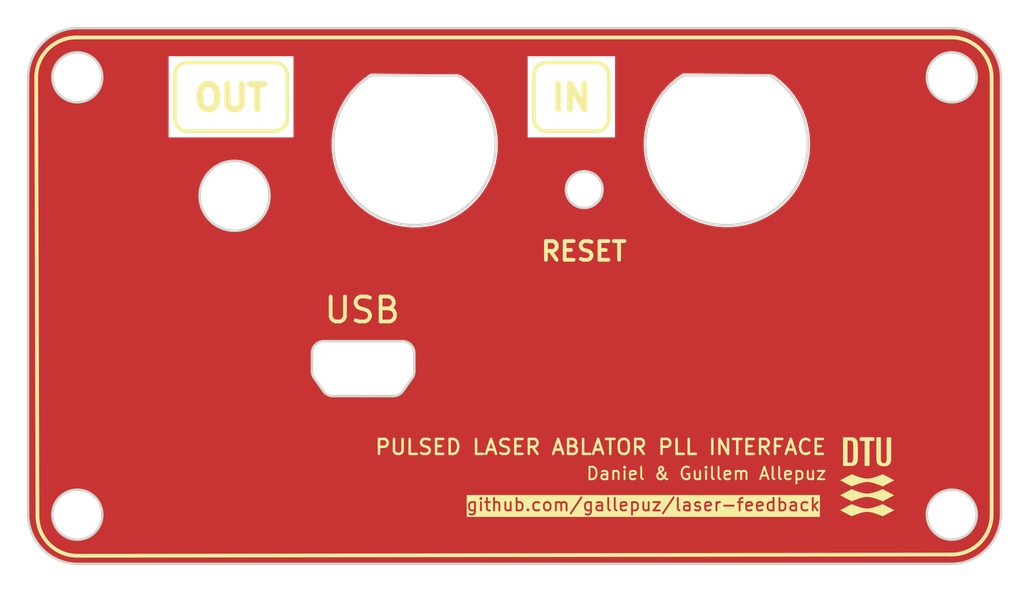
<source format=kicad_pcb>
(kicad_pcb (version 20221018) (generator pcbnew)

  (general
    (thickness 1.6)
  )

  (paper "A4")
  (layers
    (0 "F.Cu" signal)
    (31 "B.Cu" signal)
    (32 "B.Adhes" user "B.Adhesive")
    (33 "F.Adhes" user "F.Adhesive")
    (34 "B.Paste" user)
    (35 "F.Paste" user)
    (36 "B.SilkS" user "B.Silkscreen")
    (37 "F.SilkS" user "F.Silkscreen")
    (38 "B.Mask" user)
    (39 "F.Mask" user)
    (40 "Dwgs.User" user "User.Drawings")
    (41 "Cmts.User" user "User.Comments")
    (42 "Eco1.User" user "User.Eco1")
    (43 "Eco2.User" user "User.Eco2")
    (44 "Edge.Cuts" user)
    (45 "Margin" user)
    (46 "B.CrtYd" user "B.Courtyard")
    (47 "F.CrtYd" user "F.Courtyard")
    (48 "B.Fab" user)
    (49 "F.Fab" user)
    (50 "User.1" user)
    (51 "User.2" user)
    (52 "User.3" user)
    (53 "User.4" user)
    (54 "User.5" user)
    (55 "User.6" user)
    (56 "User.7" user)
    (57 "User.8" user)
    (58 "User.9" user)
  )

  (setup
    (pad_to_mask_clearance 0)
    (pcbplotparams
      (layerselection 0x00010fc_ffffffff)
      (plot_on_all_layers_selection 0x0000000_00000000)
      (disableapertmacros false)
      (usegerberextensions false)
      (usegerberattributes true)
      (usegerberadvancedattributes true)
      (creategerberjobfile true)
      (dashed_line_dash_ratio 12.000000)
      (dashed_line_gap_ratio 3.000000)
      (svgprecision 4)
      (plotframeref false)
      (viasonmask false)
      (mode 1)
      (useauxorigin false)
      (hpglpennumber 1)
      (hpglpenspeed 20)
      (hpglpendiameter 15.000000)
      (dxfpolygonmode true)
      (dxfimperialunits true)
      (dxfusepcbnewfont true)
      (psnegative false)
      (psa4output false)
      (plotreference true)
      (plotvalue true)
      (plotinvisibletext false)
      (sketchpadsonfab false)
      (subtractmaskfromsilk false)
      (outputformat 1)
      (mirror false)
      (drillshape 1)
      (scaleselection 1)
      (outputdirectory "")
    )
  )

  (net 0 "")

  (gr_poly
    (pts
      (xy 173.99062 104.012705)
      (xy 173.993636 104.012883)
      (xy 173.996504 104.013174)
      (xy 173.999231 104.013574)
      (xy 174.001821 104.01408)
      (xy 174.004281 104.014686)
      (xy 174.006616 104.01539)
      (xy 174.008831 104.016187)
      (xy 174.010933 104.017073)
      (xy 174.012925 104.018044)
      (xy 174.014816 104.019096)
      (xy 174.016608 104.020224)
      (xy 174.01831 104.021425)
      (xy 174.019925 104.022695)
      (xy 174.021459 104.02403)
      (xy 174.022919 104.025424)
      (xy 174.024329 104.026899)
      (xy 174.025674 104.028445)
      (xy 174.026952 104.030068)
      (xy 174.028158 104.031775)
      (xy 174.029288 104.033571)
      (xy 174.03034 104.035463)
      (xy 174.031308 104.037457)
      (xy 174.032191 104.039558)
      (xy 174.032983 104.041774)
      (xy 174.033681 104.044109)
      (xy 174.034282 104.046571)
      (xy 174.034782 104.049164)
      (xy 174.035177 104.051897)
      (xy 174.035464 104.054773)
      (xy 174.035639 104.0578)
      (xy 174.035698 104.060984)
      (xy 174.035698 105.684798)
      (xy 174.03589 105.716828)
      (xy 174.036484 105.747077)
      (xy 174.037511 105.775603)
      (xy 174.039 105.802462)
      (xy 174.04098 105.82771)
      (xy 174.043482 105.851403)
      (xy 174.046535 105.873597)
      (xy 174.050167 105.89435)
      (xy 174.05441 105.913717)
      (xy 174.059292 105.931754)
      (xy 174.064843 105.948518)
      (xy 174.071093 105.964065)
      (xy 174.078071 105.978451)
      (xy 174.085807 105.991733)
      (xy 174.089968 105.997978)
      (xy 174.09433 106.003968)
      (xy 174.098896 106.009709)
      (xy 174.103669 106.01521)
      (xy 174.11109 106.02295)
      (xy 174.118804 106.030131)
      (xy 174.126817 106.036763)
      (xy 174.135135 106.042852)
      (xy 174.143761 106.048408)
      (xy 174.152702 106.053437)
      (xy 174.161963 106.057949)
      (xy 174.171548 106.061952)
      (xy 174.181463 106.065453)
      (xy 174.191714 106.068461)
      (xy 174.202304 106.070984)
      (xy 174.21324 106.07303)
      (xy 174.224527 106.074607)
      (xy 174.236169 106.075723)
      (xy 174.248172 106.076387)
      (xy 174.260541 106.076607)
      (xy 174.274199 106.076371)
      (xy 174.287362 106.075663)
      (xy 174.300039 106.074482)
      (xy 174.31224 106.072827)
      (xy 174.323973 106.070697)
      (xy 174.335247 106.06809)
      (xy 174.346072 106.065006)
      (xy 174.356456 106.061443)
      (xy 174.366407 106.0574)
      (xy 174.375936 106.052877)
      (xy 174.385051 106.047872)
      (xy 174.393761 106.042384)
      (xy 174.402074 106.036412)
      (xy 174.410001 106.029954)
      (xy 174.417549 106.023011)
      (xy 174.424728 106.015581)
      (xy 174.434586 106.003762)
      (xy 174.443491 105.990956)
      (xy 174.451487 105.977121)
      (xy 174.458618 105.962216)
      (xy 174.464928 105.946199)
      (xy 174.47046 105.929028)
      (xy 174.475257 105.910663)
      (xy 174.479364 105.891063)
      (xy 174.482825 105.870184)
      (xy 174.485682 105.847988)
      (xy 174.48798 105.824431)
      (xy 174.489762 105.799473)
      (xy 174.491954 105.745187)
      (xy 174.492607 105.684798)
      (xy 174.492607 104.060984)
      (xy 174.492669 104.057801)
      (xy 174.492852 104.054773)
      (xy 174.493152 104.051897)
      (xy 174.493563 104.049164)
      (xy 174.494081 104.046571)
      (xy 174.494702 104.044109)
      (xy 174.49542 104.041774)
      (xy 174.49623 104.039558)
      (xy 174.497128 104.037457)
      (xy 174.49811 104.035463)
      (xy 174.49917 104.033571)
      (xy 174.500303 104.031775)
      (xy 174.501506 104.030068)
      (xy 174.502772 104.028445)
      (xy 174.504098 104.026899)
      (xy 174.505479 104.025424)
      (xy 174.506938 104.02403)
      (xy 174.508473 104.022695)
      (xy 174.510087 104.021425)
      (xy 174.511788 104.020224)
      (xy 174.513579 104.019096)
      (xy 174.515467 104.018044)
      (xy 174.517457 104.017073)
      (xy 174.519555 104.016187)
      (xy 174.521765 104.01539)
      (xy 174.524094 104.014686)
      (xy 174.526546 104.01408)
      (xy 174.529128 104.013574)
      (xy 174.531844 104.013174)
      (xy 174.5347 104.012883)
      (xy 174.537701 104.012705)
      (xy 174.540854 104.012645)
      (xy 174.809869 104.012645)
      (xy 174.813006 104.012705)
      (xy 174.815996 104.012883)
      (xy 174.818843 104.013174)
      (xy 174.821551 104.013574)
      (xy 174.824127 104.01408)
      (xy 174.826573 104.014686)
      (xy 174.828896 104.01539)
      (xy 174.831098 104.016187)
      (xy 174.833186 104.017073)
      (xy 174.835163 104.018044)
      (xy 174.837034 104.019096)
      (xy 174.838805 104.020224)
      (xy 174.840478 104.021425)
      (xy 174.84206 104.022695)
      (xy 174.843554 104.02403)
      (xy 174.844966 104.025424)
      (xy 174.846394 104.026899)
      (xy 174.84776 104.028445)
      (xy 174.849059 104.030068)
      (xy 174.850288 104.031775)
      (xy 174.851441 104.033571)
      (xy 174.852516 104.035463)
      (xy 174.853507 104.037457)
      (xy 174.854411 104.039558)
      (xy 174.855225 104.041774)
      (xy 174.855943 104.044109)
      (xy 174.856561 104.046571)
      (xy 174.857077 104.049164)
      (xy 174.857484 104.051897)
      (xy 174.857781 104.054773)
      (xy 174.857962 104.0578)
      (xy 174.858023 104.060984)
      (xy 174.858023 105.685354)
      (xy 174.857706 105.725686)
      (xy 174.856703 105.76436)
      (xy 174.854937 105.80145)
      (xy 174.852328 105.83703)
      (xy 174.848799 105.871173)
      (xy 174.844271 105.903954)
      (xy 174.838667 105.935447)
      (xy 174.831909 105.965725)
      (xy 174.823917 105.994862)
      (xy 174.814615 106.022933)
      (xy 174.803923 106.050012)
      (xy 174.791765 106.076171)
      (xy 174.778061 106.101486)
      (xy 174.762733 106.12603)
      (xy 174.745704 106.149877)
      (xy 174.726896 106.1731)
      (xy 174.709426 106.192118)
      (xy 174.690607 106.210086)
      (xy 174.670403 106.226981)
      (xy 174.64878 106.242778)
      (xy 174.6257 106.257452)
      (xy 174.60113 106.270979)
      (xy 174.575032 106.283334)
      (xy 174.547371 106.294493)
      (xy 174.518112 106.304431)
      (xy 174.487218 106.313123)
      (xy 174.454655 106.320546)
      (xy 174.420386 106.326674)
      (xy 174.384376 106.331483)
      (xy 174.346589 106.334949)
      (xy 174.306989 106.337046)
      (xy 174.265541 106.337751)
      (xy 174.224463 106.337085)
      (xy 174.185136 106.335094)
      (xy 174.147522 106.331787)
      (xy 174.111581 106.327173)
      (xy 174.077275 106.321263)
      (xy 174.044563 106.314066)
      (xy 174.013408 106.305591)
      (xy 173.98377 106.295847)
      (xy 173.95561 106.284845)
      (xy 173.928889 106.272593)
      (xy 173.903568 106.259101)
      (xy 173.879608 106.244379)
      (xy 173.85697 106.228437)
      (xy 173.835614 106.211282)
      (xy 173.815502 106.192926)
      (xy 173.796594 106.173378)
      (xy 173.779689 106.153495)
      (xy 173.764192 106.132491)
      (xy 173.75006 106.110301)
      (xy 173.737248 106.086864)
      (xy 173.725713 106.062117)
      (xy 173.715411 106.035996)
      (xy 173.706298 106.008439)
      (xy 173.69833 105.979384)
      (xy 173.691463 105.948767)
      (xy 173.685655 105.916525)
      (xy 173.68086 105.882597)
      (xy 173.677035 105.846918)
      (xy 173.674137 105.809426)
      (xy 173.67212 105.770059)
      (xy 173.670943 105.728754)
      (xy 173.67056 105.685447)
      (xy 173.67056 104.060984)
      (xy 173.670617 104.057801)
      (xy 173.670786 104.054773)
      (xy 173.671064 104.051897)
      (xy 173.671447 104.049164)
      (xy 173.671933 104.046571)
      (xy 173.672518 104.044109)
      (xy 173.6732 104.041774)
      (xy 173.673975 104.039558)
      (xy 173.67484 104.037457)
      (xy 173.675792 104.035463)
      (xy 173.676827 104.033571)
      (xy 173.677944 104.031775)
      (xy 173.679138 104.030068)
      (xy 173.680406 104.028445)
      (xy 173.681746 104.026899)
      (xy 173.683154 104.025424)
      (xy 173.684629 104.02403)
      (xy 173.686175 104.022695)
      (xy 173.687798 104.021425)
      (xy 173.689505 104.020224)
      (xy 173.691301 104.019096)
      (xy 173.693193 104.018044)
      (xy 173.695186 104.017073)
      (xy 173.697288 104.016187)
      (xy 173.699503 104.01539)
      (xy 173.701839 104.014686)
      (xy 173.7043 104.01408)
      (xy 173.706894 104.013574)
      (xy 173.709626 104.013174)
      (xy 173.712503 104.012883)
      (xy 173.71553 104.012705)
      (xy 173.718714 104.012645)
      (xy 173.987451 104.012645)
    )

    (stroke (width 0) (type solid)) (fill solid) (layer "F.SilkS") (tstamp 2cd5d889-4c93-443f-9b07-3eb0e743ecf0))
  (gr_line (start 109.6 72) (end 179.7 72)
    (stroke (width 0.3) (type solid)) (layer "F.SilkS") (tstamp 37d15e94-44cc-4772-8de4-88694d5f23dd))
  (gr_line (start 179.7 113.4) (end 109.7 113.5)
    (stroke (width 0.3) (type solid)) (layer "F.SilkS") (tstamp 451a0f44-5eab-4362-b2b3-ca95c4f1bb0b))
  (gr_poly
    (pts
      (arc (start 152.25 75) (mid 151.957107 74.292893) (end 151.25 74))
      (arc (start 147.25 74) (mid 146.542893 74.292893) (end 146.25 75))
      (arc (start 146.25 78.5) (mid 146.542893 79.207107) (end 147.25 79.5))
      (arc (start 151.25 79.5) (mid 151.957107 79.207107) (end 152.25 78.5))
    )

    (stroke (width 0.3) (type solid)) (fill none) (layer "F.SilkS") (tstamp 4cdabc6b-dcd2-467b-85e7-92ccbb03be57))
  (gr_line (start 106.5 110.3) (end 106.4 75.2)
    (stroke (width 0.3) (type solid)) (layer "F.SilkS") (tstamp 64db9682-4999-43c8-b691-2eec8c67f6e6))
  (gr_poly
    (pts
      (xy 175.101664 109.851245)
      (xy 174.179327 110.335472)
      (xy 173.778329 110.183027)
      (xy 173.60828 110.123138)
      (xy 173.454258 110.074138)
      (xy 173.313058 110.036026)
      (xy 173.181476 110.008804)
      (xy 173.056307 109.99247)
      (xy 172.995125 109.988387)
      (xy 172.934345 109.987026)
      (xy 172.873566 109.988387)
      (xy 172.812387 109.99247)
      (xy 172.687227 110.008804)
      (xy 172.555661 110.036026)
      (xy 172.414484 110.074138)
      (xy 172.260491 110.123138)
      (xy 172.090478 110.183027)
      (xy 171.689572 110.335472)
      (xy 170.767234 109.851245)
      (xy 171.689572 109.367203)
      (xy 172.090478 109.519648)
      (xy 172.260491 109.579537)
      (xy 172.414484 109.628538)
      (xy 172.555661 109.666649)
      (xy 172.687227 109.693871)
      (xy 172.812387 109.710205)
      (xy 172.873566 109.714288)
      (xy 172.934345 109.715649)
      (xy 172.995125 109.714288)
      (xy 173.056307 109.710205)
      (xy 173.181476 109.693871)
      (xy 173.313058 109.666649)
      (xy 173.454258 109.628538)
      (xy 173.60828 109.579537)
      (xy 173.778329 109.519648)
      (xy 174.179327 109.367203)
    )

    (stroke (width 0) (type solid)) (fill solid) (layer "F.SilkS") (tstamp 686755f4-fe4a-4066-a003-ec1cda8319b5))
  (gr_poly
    (pts
      (xy 173.47026 104.012705)
      (xy 173.473259 104.012883)
      (xy 173.476112 104.013174)
      (xy 173.478824 104.013574)
      (xy 173.481403 104.01408)
      (xy 173.483854 104.014686)
      (xy 173.486183 104.01539)
      (xy 173.488396 104.016187)
      (xy 173.490499 104.017073)
      (xy 173.492499 104.018044)
      (xy 173.494402 104.019096)
      (xy 173.496214 104.020224)
      (xy 173.49794 104.021425)
      (xy 173.499587 104.022695)
      (xy 173.501161 104.02403)
      (xy 173.502668 104.025424)
      (xy 173.504047 104.026899)
      (xy 173.505367 104.028445)
      (xy 173.506625 104.030068)
      (xy 173.507815 104.031775)
      (xy 173.508935 104.033571)
      (xy 173.509979 104.035463)
      (xy 173.510944 104.037457)
      (xy 173.511825 104.039558)
      (xy 173.512618 104.041774)
      (xy 173.513319 104.044109)
      (xy 173.513924 104.046571)
      (xy 173.514428 104.049164)
      (xy 173.514827 104.051897)
      (xy 173.515118 104.054773)
      (xy 173.515295 104.0578)
      (xy 173.515355 104.060984)
      (xy 173.515355 104.254805)
      (xy 173.515294 104.257957)
      (xy 173.515114 104.260959)
      (xy 173.514819 104.263815)
      (xy 173.514415 104.266531)
      (xy 173.513905 104.269112)
      (xy 173.513294 104.271565)
      (xy 173.512588 104.273894)
      (xy 173.51179 104.276104)
      (xy 173.510905 104.278201)
      (xy 173.509938 104.280192)
      (xy 173.508894 104.28208)
      (xy 173.507776 104.283871)
      (xy 173.50659 104.285571)
      (xy 173.505341 104.287186)
      (xy 173.504032 104.28872)
      (xy 173.502668 104.29018)
      (xy 173.501161 104.291574)
      (xy 173.499587 104.292905)
      (xy 173.49794 104.29417)
      (xy 173.496214 104.295366)
      (xy 173.494402 104.296487)
      (xy 173.492499 104.297531)
      (xy 173.490499 104.298493)
      (xy 173.488396 104.299371)
      (xy 173.486183 104.300159)
      (xy 173.483854 104.300855)
      (xy 173.481403 104.301453)
      (xy 173.478824 104.301952)
      (xy 173.476112 104.302346)
      (xy 173.473259 104.302633)
      (xy 173.47026 104.302807)
      (xy 173.467108 104.302867)
      (xy 173.121602 104.302867)
      (xy 173.121602 106.260704)
      (xy 173.121544 106.263856)
      (xy 173.121372 106.266858)
      (xy 173.12109 106.269714)
      (xy 173.120699 106.27243)
      (xy 173.120205 106.275011)
      (xy 173.11961 106.277464)
      (xy 173.118917 106.279792)
      (xy 173.11813 106.282003)
      (xy 173.117251 106.2841)
      (xy 173.116285 106.28609)
      (xy 173.115234 106.287978)
      (xy 173.114101 106.28977)
      (xy 173.112891 106.29147)
      (xy 173.111605 106.293085)
      (xy 173.110248 106.294619)
      (xy 173.108823 106.296079)
      (xy 173.107364 106.297472)
      (xy 173.105833 106.298804)
      (xy 173.104222 106.300069)
      (xy 173.102527 106.301264)
      (xy 173.100741 106.302386)
      (xy 173.098859 106.30343)
      (xy 173.096874 106.304392)
      (xy 173.094782 106.30527)
      (xy 173.092575 106.306058)
      (xy 173.090249 106.306753)
      (xy 173.087797 106.307352)
      (xy 173.085213 106.307851)
      (xy 173.082492 106.308245)
      (xy 173.079628 106.308532)
      (xy 173.076616 106.308706)
      (xy 173.073448 106.308765)
      (xy 172.779337 106.308765)
      (xy 172.776185 106.308706)
      (xy 172.773183 106.308532)
      (xy 172.770327 106.308245)
      (xy 172.767611 106.307851)
      (xy 172.76503 106.307352)
      (xy 172.762577 106.306753)
      (xy 172.760249 106.306058)
      (xy 172.758038 106.30527)
      (xy 172.755941 106.304392)
      (xy 172.753951 106.30343)
      (xy 172.752063 106.302386)
      (xy 172.750271 106.301264)
      (xy 172.748571 106.300069)
      (xy 172.746956 106.298804)
      (xy 172.745422 106.297472)
      (xy 172.743962 106.296079)
      (xy 172.742554 106.294618)
      (xy 172.741215 106.293081)
      (xy 172.739946 106.291462)
      (xy 172.738752 106.289757)
      (xy 172.737636 106.28796)
      (xy 172.7366 106.286066)
      (xy 172.735648 106.28407)
      (xy 172.734783 106.281968)
      (xy 172.734008 106.279754)
      (xy 172.733327 106.277423)
      (xy 172.732741 106.27497)
      (xy 172.732255 106.272391)
      (xy 172.731872 106.269679)
      (xy 172.731594 106.266831)
      (xy 172.731425 106.263841)
      (xy 172.731368 106.260704)
      (xy 172.731368 104.302867)
      (xy 172.385862 104.302867)
      (xy 172.382694 104.302807)
      (xy 172.379681 104.302633)
      (xy 172.376817 104.302346)
      (xy 172.374094 104.301952)
      (xy 172.371508 104.301453)
      (xy 172.369052 104.300855)
      (xy 172.36672 104.300159)
      (xy 172.364505 104.299371)
      (xy 172.362403 104.298493)
      (xy 172.360406 104.297531)
      (xy 172.358509 104.296487)
      (xy 172.356705 104.295366)
      (xy 172.354988 104.29417)
      (xy 172.353353 104.292905)
      (xy 172.351793 104.291574)
      (xy 172.350302 104.29018)
      (xy 172.348891 104.28872)
      (xy 172.347542 104.287186)
      (xy 172.34626 104.285571)
      (xy 172.345048 104.283871)
      (xy 172.343911 104.28208)
      (xy 172.342852 104.280192)
      (xy 172.341875 104.278201)
      (xy 172.340984 104.276104)
      (xy 172.340183 104.273894)
      (xy 172.339476 104.271565)
      (xy 172.338868 104.269112)
      (xy 172.338361 104.266531)
      (xy 172.33796 104.263815)
      (xy 172.337668 104.260959)
      (xy 172.33749 104.257957)
      (xy 172.33743 104.254805)
      (xy 172.33743 104.060984)
      (xy 172.33749 104.057801)
      (xy 172.337668 104.054773)
      (xy 172.33796 104.051897)
      (xy 172.338361 104.049164)
      (xy 172.338868 104.046571)
      (xy 172.339476 104.044109)
      (xy 172.340183 104.041774)
      (xy 172.340984 104.039558)
      (xy 172.341875 104.037457)
      (xy 172.342852 104.035463)
      (xy 172.343911 104.033571)
      (xy 172.345048 104.031775)
      (xy 172.34626 104.030068)
      (xy 172.347542 104.028445)
      (xy 172.348891 104.026899)
      (xy 172.350302 104.025424)
      (xy 172.351778 104.02403)
      (xy 172.353327 104.022695)
      (xy 172.354954 104.021425)
      (xy 172.356666 104.020224)
      (xy 172.358468 104.019096)
      (xy 172.360365 104.018044)
      (xy 172.362364 104.017073)
      (xy 172.364471 104.016187)
      (xy 172.36669 104.01539)
      (xy 172.369027 104.014686)
      (xy 172.371489 104.01408)
      (xy 172.374081 104.013574)
      (xy 172.376809 104.013174)
      (xy 172.379678 104.012883)
      (xy 172.382693 104.012705)
      (xy 172.385862 104.012645)
      (xy 173.467108 104.012645)
    )

    (stroke (width 0) (type solid)) (fill solid) (layer "F.SilkS") (tstamp 6a329ed0-688c-4daf-9416-1b947c2544ef))
  (gr_arc (start 182.9 110.2) (mid 181.962742 112.462742) (end 179.7 113.4)
    (stroke (width 0.3) (type solid)) (layer "F.SilkS") (tstamp 6fdd9e10-2ee7-42a1-a587-50b27732811c))
  (gr_arc (start 109.7 113.5) (mid 107.437258 112.562742) (end 106.5 110.3)
    (stroke (width 0.3) (type solid)) (layer "F.SilkS") (tstamp 739f918f-8bea-44c8-a226-0921e64b5c51))
  (gr_poly
    (pts
      (xy 175.101664 108.654614)
      (xy 174.179327 109.138656)
      (xy 173.778329 108.986211)
      (xy 173.60828 108.926322)
      (xy 173.454258 108.877322)
      (xy 173.313058 108.83921)
      (xy 173.181476 108.811988)
      (xy 173.056307 108.795655)
      (xy 172.995125 108.791571)
      (xy 172.934345 108.79021)
      (xy 172.873566 108.791571)
      (xy 172.812387 108.795655)
      (xy 172.687227 108.811988)
      (xy 172.555661 108.83921)
      (xy 172.414484 108.877322)
      (xy 172.260491 108.926322)
      (xy 172.090478 108.986211)
      (xy 171.689572 109.138656)
      (xy 170.767234 108.654614)
      (xy 171.689572 108.170294)
      (xy 172.090478 108.32277)
      (xy 172.260491 108.382671)
      (xy 172.414484 108.431681)
      (xy 172.555661 108.4698)
      (xy 172.687227 108.497028)
      (xy 172.812387 108.513364)
      (xy 172.873566 108.517449)
      (xy 172.934345 108.51881)
      (xy 172.995125 108.517449)
      (xy 173.056307 108.513364)
      (xy 173.181476 108.497028)
      (xy 173.313058 108.4698)
      (xy 173.454258 108.431681)
      (xy 173.60828 108.382671)
      (xy 173.778329 108.32277)
      (xy 174.179327 108.170294)
    )

    (stroke (width 0) (type solid)) (fill solid) (layer "F.SilkS") (tstamp bd5dea22-6af8-4bb8-9868-6005dd975ff8))
  (gr_arc (start 106.4 75.2) (mid 107.337258 72.937258) (end 109.6 72)
    (stroke (width 0.3) (type solid)) (layer "F.SilkS") (tstamp be25352c-c5f2-4e09-8928-974395c01242))
  (gr_poly
    (pts
      (xy 171.662485 104.013335)
      (xy 171.701376 104.015131)
      (xy 171.738323 104.018134)
      (xy 171.773375 104.022353)
      (xy 171.806582 104.027793)
      (xy 171.837991 104.034464)
      (xy 171.867653 104.042373)
      (xy 171.895616 104.051527)
      (xy 171.908976 104.056574)
      (xy 171.921929 104.061935)
      (xy 171.934483 104.067611)
      (xy 171.946642 104.073604)
      (xy 171.958414 104.079914)
      (xy 171.969804 104.086542)
      (xy 171.980819 104.093489)
      (xy 171.991464 104.100756)
      (xy 172.001746 104.108345)
      (xy 172.011671 104.116255)
      (xy 172.021244 104.124489)
      (xy 172.030473 104.133046)
      (xy 172.039363 104.141929)
      (xy 172.047921 104.151137)
      (xy 172.056152 104.160672)
      (xy 172.064063 104.170535)
      (xy 172.085574 104.198978)
      (xy 172.104486 104.229579)
      (xy 172.120965 104.262391)
      (xy 172.135178 104.297465)
      (xy 172.147294 104.334854)
      (xy 172.157478 104.374612)
      (xy 172.165898 104.416789)
      (xy 172.172722 104.46144)
      (xy 172.178117 104.508615)
      (xy 172.18225 104.558368)
      (xy 172.187398 104.665818)
      (xy 172.189506 104.784209)
      (xy 172.189912 104.913961)
      (xy 172.189912 105.407542)
      (xy 172.189506 105.537316)
      (xy 172.187398 105.655711)
      (xy 172.185288 105.710773)
      (xy 172.18225 105.763151)
      (xy 172.178117 105.812896)
      (xy 172.172722 105.860063)
      (xy 172.165898 105.904705)
      (xy 172.157478 105.946875)
      (xy 172.147294 105.986626)
      (xy 172.135178 106.024012)
      (xy 172.120965 106.059085)
      (xy 172.113019 106.075772)
      (xy 172.104486 106.0919)
      (xy 172.095345 106.107478)
      (xy 172.085574 106.12251)
      (xy 172.075154 106.137005)
      (xy 172.064063 106.150968)
      (xy 172.047921 106.170381)
      (xy 172.030473 106.188483)
      (xy 172.011671 106.205282)
      (xy 171.991464 106.220785)
      (xy 171.969804 106.235002)
      (xy 171.946642 106.24794)
      (xy 171.921929 106.259606)
      (xy 171.895616 106.27001)
      (xy 171.867653 106.27916)
      (xy 171.837991 106.287063)
      (xy 171.806582 106.293728)
      (xy 171.773375 106.299163)
      (xy 171.738323 106.303376)
      (xy 171.701376 106.306376)
      (xy 171.662485 106.308169)
      (xy 171.6216 106.308765)
      (xy 171.04625 106.308765)
      (xy 171.043097 106.308706)
      (xy 171.040093 106.308532)
      (xy 171.037233 106.308246)
      (xy 171.034511 106.307852)
      (xy 171.031924 106.307355)
      (xy 171.029466 106.306758)
      (xy 171.027132 106.306066)
      (xy 171.024917 106.305281)
      (xy 171.022815 106.304409)
      (xy 171.020823 106.303452)
      (xy 171.018935 106.302416)
      (xy 171.017145 106.301303)
      (xy 171.01545 106.300119)
      (xy 171.013843 106.298866)
      (xy 171.01232 106.297549)
      (xy 171.010876 106.296171)
      (xy 171.009464 106.294711)
      (xy 171.008116 106.293173)
      (xy 171.006834 106.291555)
      (xy 171.005622 106.289849)
      (xy 171.004484 106.288052)
      (xy 171.003425 106.286158)
      (xy 171.002448 106.284163)
      (xy 171.001557 106.28206)
      (xy 171.000757 106.279846)
      (xy 171.00005 106.277515)
      (xy 170.999441 106.275063)
      (xy 170.998934 106.272483)
      (xy 170.998533 106.269772)
      (xy 170.998241 106.266923)
      (xy 170.998064 106.263933)
      (xy 170.998004 106.260796)
      (xy 170.998004 104.281105)
      (xy 171.362957 104.281105)
      (xy 171.362957 106.040306)
      (xy 171.565945 106.040306)
      (xy 171.582317 106.04013)
      (xy 171.597876 106.039584)
      (xy 171.612659 106.038637)
      (xy 171.626701 106.037259)
      (xy 171.640038 106.035419)
      (xy 171.652706 106.033088)
      (xy 171.664741 106.030236)
      (xy 171.676179 106.026832)
      (xy 171.687056 106.022846)
      (xy 171.692295 106.020626)
      (xy 171.697408 106.018249)
      (xy 171.702398 106.015712)
      (xy 171.70727 106.01301)
      (xy 171.71203 106.01014)
      (xy 171.71668 106.007099)
      (xy 171.721226 106.003882)
      (xy 171.725672 106.000485)
      (xy 171.730023 105.996906)
      (xy 171.734283 105.99314)
      (xy 171.738457 105.989183)
      (xy 171.742549 105.985032)
      (xy 171.750505 105.976131)
      (xy 171.7618 105.960806)
      (xy 171.771808 105.943541)
      (xy 171.780608 105.924219)
      (xy 171.788275 105.902724)
      (xy 171.794886 105.878938)
      (xy 171.800519 105.852745)
      (xy 171.805251 105.824028)
      (xy 171.809158 105.792671)
      (xy 171.814806 105.721567)
      (xy 171.818079 105.638498)
      (xy 171.819591 105.542531)
      (xy 171.819958 105.43273)
      (xy 171.819958 104.888773)
      (xy 171.819591 104.778992)
      (xy 171.818079 104.683018)
      (xy 171.816701 104.639921)
      (xy 171.814806 104.599928)
      (xy 171.812318 104.562926)
      (xy 171.809158 104.528798)
      (xy 171.805251 104.497428)
      (xy 171.800519 104.468701)
      (xy 171.794886 104.442502)
      (xy 171.788275 104.418714)
      (xy 171.780608 104.397223)
      (xy 171.776354 104.387303)
      (xy 171.771808 104.377913)
      (xy 171.76696 104.369039)
      (xy 171.7618 104.360668)
      (xy 171.756318 104.352783)
      (xy 171.750505 104.345372)
      (xy 171.742549 104.33647)
      (xy 171.734283 104.328359)
      (xy 171.725672 104.321009)
      (xy 171.71668 104.31439)
      (xy 171.70727 104.308472)
      (xy 171.697408 104.303225)
      (xy 171.687056 104.298619)
      (xy 171.676179 104.294625)
      (xy 171.664741 104.291212)
      (xy 171.652705 104.288352)
      (xy 171.640037 104.286013)
      (xy 171.626701 104.284166)
      (xy 171.612659 104.282782)
      (xy 171.597876 104.28183)
      (xy 171.582317 104.281281)
      (xy 171.565945 104.281105)
      (xy 171.362957 104.281105)
      (xy 170.998004 104.281105)
      (xy 170.998004 104.061077)
      (xy 170.998064 104.057893)
      (xy 170.998241 104.054866)
      (xy 170.998533 104.051989)
      (xy 170.998934 104.049257)
      (xy 170.999441 104.046663)
      (xy 171.00005 104.044201)
      (xy 171.000757 104.041866)
      (xy 171.001557 104.039651)
      (xy 171.002448 104.037549)
      (xy 171.003425 104.035556)
      (xy 171.004484 104.033664)
      (xy 171.005622 104.031868)
      (xy 171.006834 104.030161)
      (xy 171.008116 104.028538)
      (xy 171.009464 104.026992)
      (xy 171.010876 104.025517)
      (xy 171.01232 104.024122)
      (xy 171.013843 104.022788)
      (xy 171.01545 104.021518)
      (xy 171.017145 104.020317)
      (xy 171.018935 104.019188)
      (xy 171.020823 104.018136)
      (xy 171.022815 104.017166)
      (xy 171.024917 104.01628)
      (xy 171.027132 104.015483)
      (xy 171.029466 104.014779)
      (xy 171.031924 104.014172)
      (xy 171.034511 104.013667)
      (xy 171.037233 104.013266)
      (xy 171.040093 104.012975)
      (xy 171.043097 104.012798)
      (xy 171.04625 104.012738)
      (xy 171.6216 104.012738)
    )

    (stroke (width 0) (type solid)) (fill solid) (layer "F.SilkS") (tstamp ca6dd1eb-de48-4667-9a5d-842a2d25baa3))
  (gr_line (start 182.9 75.2) (end 182.9 110.2)
    (stroke (width 0.3) (type solid)) (layer "F.SilkS") (tstamp e494903e-a646-46d1-9730-fa600b2f68fa))
  (gr_poly
    (pts
      (xy 175.101572 107.45789)
      (xy 174.179234 107.941932)
      (xy 173.778267 107.789487)
      (xy 173.60823 107.729598)
      (xy 173.454218 107.680597)
      (xy 173.313025 107.642486)
      (xy 173.181449 107.615264)
      (xy 173.056282 107.59893)
      (xy 172.995102 107.594847)
      (xy 172.934322 107.593486)
      (xy 172.873542 107.594847)
      (xy 172.812363 107.59893)
      (xy 172.6872 107.615264)
      (xy 172.555628 107.642486)
      (xy 172.414444 107.680597)
      (xy 172.260441 107.729598)
      (xy 172.090416 107.789487)
      (xy 171.689479 107.941932)
      (xy 170.767141 107.45789)
      (xy 171.689479 106.973478)
      (xy 172.090385 107.125984)
      (xy 172.260399 107.185897)
      (xy 172.414391 107.234917)
      (xy 172.555568 107.273043)
      (xy 172.687134 107.300277)
      (xy 172.812294 107.316617)
      (xy 172.873473 107.320702)
      (xy 172.934252 107.322063)
      (xy 172.995032 107.320702)
      (xy 173.056214 107.316617)
      (xy 173.181383 107.300277)
      (xy 173.312965 107.273043)
      (xy 173.454165 107.234917)
      (xy 173.608187 107.185897)
      (xy 173.778236 107.125984)
      (xy 174.179234 106.973478)
    )

    (stroke (width 0) (type solid)) (fill solid) (layer "F.SilkS") (tstamp e4b55c7b-18db-44ea-b5ec-b177554019dd))
  (gr_poly
    (pts
      (arc (start 118.5 74) (mid 117.792893 74.292893) (end 117.5 75))
      (arc (start 117.5 78.5) (mid 117.792893 79.207107) (end 118.5 79.5))
      (arc (start 125.5 79.5) (mid 126.207107 79.207107) (end 126.5 78.5))
      (arc (start 126.5 75) (mid 126.207107 74.292893) (end 125.5 74))
    )

    (stroke (width 0.3) (type solid)) (fill none) (layer "F.SilkS") (tstamp ea1ad12f-03e6-4980-9dc1-1136d9278716))
  (gr_arc (start 179.7 72) (mid 181.962742 72.937258) (end 182.9 75.2)
    (stroke (width 0.3) (type solid)) (layer "F.SilkS") (tstamp f868710e-1a08-4fe5-9cb5-900bfbba66cc))
  (gr_rect (start 116.5 73) (end 129 88)
    (stroke (width 0.15) (type solid)) (fill solid) (layer "B.Mask") (tstamp 8bc3cbc9-f0b8-4bc8-b9dd-3c7aa2783f11))
  (gr_rect (start 145 73) (end 154.5 82)
    (stroke (width 0.15) (type solid)) (fill solid) (layer "B.Mask") (tstamp 9360dc7e-ad16-4cf6-8d64-ffe2b50b2d49))
  (gr_arc (start 182.046858 77.03749) (mid 177.557691 77.221096) (end 178 72.75)
    (stroke (width 0.6) (type default)) (layer "F.Mask") (tstamp 0eb9506a-71df-464f-a50f-ce1fc473639a))
  (gr_poly
    (pts
      (arc (start 118.5 74) (mid 117.792893 74.292893) (end 117.5 75))
      (arc (start 117.5 78.5) (mid 117.792893 79.207107) (end 118.5 79.5))
      (arc (start 125.5 79.5) (mid 126.207107 79.207107) (end 126.5 78.5))
      (arc (start 126.5 75) (mid 126.207107 74.292893) (end 125.5 74))
    )

    (stroke (width 0.15) (type solid)) (fill solid) (layer "F.Mask") (tstamp 474c5b7d-c9e9-4eeb-993d-b6a5c6b16e91))
  (gr_circle (center 161.6 80.6) (end 169.6 80.8)
    (stroke (width 0) (type solid)) (fill solid) (layer "F.Mask") (tstamp 4a60b0ab-b4c4-466a-94a7-c6aa798496c9))
  (gr_poly
    (pts
      (arc (start 152.25 75) (mid 151.957107 74.292893) (end 151.25 74))
      (arc (start 147.25 74) (mid 146.542893 74.292893) (end 146.25 75))
      (arc (start 146.25 78.5) (mid 146.542893 79.207107) (end 147.25 79.5))
      (arc (start 151.25 79.5) (mid 151.957107 79.207107) (end 152.25 78.5))
    )

    (stroke (width 0.15) (type solid)) (fill solid) (layer "F.Mask") (tstamp aeac4089-33d2-44d5-a38b-7d183bdefabb))
  (gr_circle (center 136.75 80.6) (end 144.6 80.4)
    (stroke (width 0) (type solid)) (fill solid) (layer "F.Mask") (tstamp e685a641-59f6-4412-99aa-db70af2ea030))
  (gr_arc (start 107.510833 108.383606) (mid 112 108.2) (end 111.557691 112.671096)
    (stroke (width 0.6) (type default)) (layer "F.Mask") (tstamp f7f434b7-1dd6-4869-aeab-6a330963eba0))
  (gr_circle (center 161.6 80.6) (end 170.6 80.6)
    (stroke (width 0.15) (type default)) (fill none) (layer "Dwgs.User") (tstamp e7d5f6a3-9c71-4958-bf64-b482e22b99d7))
  (gr_arc (start 109.75 114.15) (mid 106.921573 112.978427) (end 105.75 110.15)
    (stroke (width 0.2) (type solid)) (layer "Edge.Cuts") (tstamp 06977a31-0cda-4130-a0fc-85eb77a79636))
  (gr_arc (start 179.65 71.25) (mid 182.478427 72.421573) (end 183.65 75.25)
    (stroke (width 0.2) (type solid)) (layer "Edge.Cuts") (tstamp 08b0a3a7-eb41-40ac-8437-b7ea1e6ccc6f))
  (gr_line (start 134.992706 100.715) (end 132.582901 100.715)
    (stroke (width 0.2) (type solid)) (layer "Edge.Cuts") (tstamp 1059a3cb-f2fc-465c-885c-308964d05233))
  (gr_line (start 136.50435 99.269524) (end 135.769155 100.312382)
    (stroke (width 0.2) (type solid)) (layer "Edge.Cuts") (tstamp 1b32f681-49d7-4ebe-aca5-072d210288a2))
  (gr_line (start 132.582901 100.715) (end 132.572901 100.715)
    (stroke (width 0.2) (type solid)) (layer "Edge.Cuts") (tstamp 263fc0cd-f065-4e3c-98cc-7c632caf639e))
  (gr_circle (center 122.28 84.68) (end 125.08 84.68)
    (stroke (width 0.2) (type solid)) (fill none) (layer "Edge.Cuts") (tstamp 2b49bdc3-adb6-442d-86b6-f6b50de23b32))
  (gr_line (start 140.154094 75.028995) (end 133.225906 75.028995)
    (stroke (width 0.2) (type solid)) (layer "Edge.Cuts") (tstamp 34bd5be1-e57d-47d6-9bf2-a3b129c98e41))
  (gr_circle (center 179.71 75.19) (end 181.71 75.19)
    (stroke (width 0.2) (type solid)) (fill none) (layer "Edge.Cuts") (tstamp 379291ab-da50-47ae-abec-c8a238aed33d))
  (gr_line (start 105.75 75.25) (end 105.75 110.15)
    (stroke (width 0.2) (type solid)) (layer "Edge.Cuts") (tstamp 443181c1-1a7e-4827-80d0-b34920f9df9a))
  (gr_line (start 136.677901 97.265) (end 136.677901 98.722143)
    (stroke (width 0.2) (type solid)) (layer "Edge.Cuts") (tstamp 465418e5-6287-4f8c-ae19-da68e3d1e2d9))
  (gr_circle (center 109.69 75.19) (end 111.69 75.19)
    (stroke (width 0.2) (type solid)) (fill none) (layer "Edge.Cuts") (tstamp 4775478a-cb15-4281-a450-54172ed7947d))
  (gr_arc (start 128.651452 99.269524) (mid 128.522327 99.009261) (end 128.477901 98.722143)
    (stroke (width 0.2) (type solid)) (layer "Edge.Cuts") (tstamp 4bfd867a-013d-484c-9061-30ae80834050))
  (gr_arc (start 128.477901 97.265) (mid 128.75615 96.593249) (end 129.427901 96.315)
    (stroke (width 0.2) (type solid)) (layer "Edge.Cuts") (tstamp 5da904d9-2359-4f50-9902-7f301bb0c3b7))
  (gr_arc (start 130.163095 100.715) (mid 129.725781 100.60836) (end 129.386646 100.312382)
    (stroke (width 0.2) (type solid)) (layer "Edge.Cuts") (tstamp 6f21129b-b25e-4792-95a0-3ef8cae34751))
  (gr_arc (start 140.154094 75.028995) (mid 136.69 87.029) (end 133.225906 75.028995)
    (stroke (width 0.2) (type solid)) (layer "Edge.Cuts") (tstamp 72cf5b2d-c413-4b59-ad01-250693b68a13))
  (gr_line (start 132.572901 100.715) (end 130.163095 100.715)
    (stroke (width 0.2) (type solid)) (layer "Edge.Cuts") (tstamp 7cbdbc1e-e48d-4c47-bf70-1e21194aa0eb))
  (gr_arc (start 136.677901 98.722143) (mid 136.633474 99.00926) (end 136.50435 99.269524)
    (stroke (width 0.2) (type solid)) (layer "Edge.Cuts") (tstamp 81a5f792-f082-4e80-8221-e8438b30b783))
  (gr_arc (start 105.75 75.25) (mid 106.921573 72.421573) (end 109.75 71.25)
    (stroke (width 0.2) (type solid)) (layer "Edge.Cuts") (tstamp 82b96555-8c36-48d0-a7d6-c85f5e4ebc8e))
  (gr_arc (start 135.769155 100.312382) (mid 135.43002 100.60836) (end 134.992706 100.715)
    (stroke (width 0.2) (type solid)) (layer "Edge.Cuts") (tstamp 8ed6f0c1-86b9-4afb-af03-99a12a35dc09))
  (gr_line (start 129.386646 100.312382) (end 128.651452 99.269524)
    (stroke (width 0.2) (type solid)) (layer "Edge.Cuts") (tstamp 91e611fc-2de9-48fc-8529-c973f5352485))
  (gr_arc (start 183.65 110.15) (mid 182.478427 112.978427) (end 179.65 114.15)
    (stroke (width 0.2) (type solid)) (layer "Edge.Cuts") (tstamp 97e4eb71-1023-4724-8560-e16751e8247c))
  (gr_line (start 183.65 110.15) (end 183.65 75.25)
    (stroke (width 0.2) (type solid)) (layer "Edge.Cuts") (tstamp 9f1d3a95-aab6-4760-b846-7441c658f8cc))
  (gr_circle (center 109.69 110.21) (end 111.69 110.21)
    (stroke (width 0.2) (type solid)) (fill none) (layer "Edge.Cuts") (tstamp adb31f5e-b308-4639-8aef-04d03cc40aa9))
  (gr_line (start 128.477901 98.722143) (end 128.477901 97.265)
    (stroke (width 0.2) (type solid)) (layer "Edge.Cuts") (tstamp b6803811-fe5f-4236-ac41-30ce50510b2e))
  (gr_arc (start 165.154094 75.028995) (mid 161.69 87.029) (end 158.225906 75.028995)
    (stroke (width 0.2) (type solid)) (layer "Edge.Cuts") (tstamp bd842059-7f73-442d-baf1-dcc3c5af9b12))
  (gr_arc (start 135.727901 96.315) (mid 136.399652 96.593249) (end 136.677901 97.265)
    (stroke (width 0.2) (type solid)) (layer "Edge.Cuts") (tstamp d3a43b1d-33ec-4fcc-ac5c-66f45a08e6da))
  (gr_circle (center 179.71 110.21) (end 181.71 110.21)
    (stroke (width 0.2) (type solid)) (fill none) (layer "Edge.Cuts") (tstamp d59d5928-4b29-4807-9a9b-ff8b398bd758))
  (gr_line (start 165.154094 75.028995) (end 158.225906 75.028995)
    (stroke (width 0.2) (type solid)) (layer "Edge.Cuts") (tstamp d6c5af91-baa1-4cd6-80bf-09cdbef434f5))
  (gr_line (start 109.75 114.15) (end 179.65 114.15)
    (stroke (width 0.2) (type solid)) (layer "Edge.Cuts") (tstamp ee4d5daf-86f2-4f37-bc8f-1e2ae41e28e8))
  (gr_line (start 179.65 71.25) (end 109.75 71.25)
    (stroke (width 0.2) (type solid)) (layer "Edge.Cuts") (tstamp ee90efdf-576e-44c5-830a-764fb5452d28))
  (gr_line (start 129.427901 96.315) (end 135.727901 96.315)
    (stroke (width 0.2) (type solid)) (layer "Edge.Cuts") (tstamp f6c72705-f161-4038-98b1-70d886f7ffdc))
  (gr_circle (center 150.279549 84.18) (end 151.749549 84.18)
    (stroke (width 0.2) (type solid)) (fill none) (layer "Edge.Cuts") (tstamp fbc7f49a-77cd-47b9-aec0-0e772a3bd5db))
  (gr_text "Daniel & Guillem Allepuz" (at 169.75 107.5) (layer "F.SilkS") (tstamp 2ab37399-700d-40aa-a817-89054a041b20)
    (effects (font (size 1 1) (thickness 0.15)) (justify right bottom))
  )
  (gr_text "OUT" (at 122 78) (layer "F.SilkS") (tstamp 2aeed927-ffcf-4d9b-b203-4bbdbfd8140f)
    (effects (font (size 2 2) (thickness 0.5) bold) (justify bottom))
  )
  (gr_text "USB" (at 132.5 95) (layer "F.SilkS") (tstamp 40d5e84d-cf64-4ed2-bbaa-56a1f7a370d1)
    (effects (font (size 2 2) (thickness 0.3)) (justify bottom))
  )
  (gr_text "RESET" (at 150.25 90) (layer "F.SilkS") (tstamp 6916326d-2176-4a76-ad0f-987b4643e004)
    (effects (font (size 1.5 1.5) (thickness 0.3)) (justify bottom))
  )
  (gr_text "PULSED LASER ABLATOR PLL INTERFACE" (at 169.75 105.5) (layer "F.SilkS") (tstamp 7c07260c-16fd-4560-8625-52680034de79)
    (effects (font (size 1.2 1.2) (thickness 0.2) bold) (justify right bottom))
  )
  (gr_text "github.com/gallepuz/laser-feedback" (at 169.25 110) (layer "F.SilkS" knockout) (tstamp ed710a13-6063-404b-8dfd-257921ce574f)
    (effects (font (size 1 1) (thickness 0.15)) (justify right bottom))
  )
  (gr_text "IN" (at 149.25 78) (layer "F.SilkS") (tstamp f0a95b79-7970-41a5-a412-b78cf183ea31)
    (effects (font (size 2 2) (thickness 0.5) bold) (justify bottom))
  )

  (zone (net 0) (net_name "") (layer "F.Cu") (tstamp 0eaf8848-87e4-434e-b468-9dff0066347f) (hatch edge 0.5)
    (connect_pads (clearance 0.5))
    (min_thickness 0.25) (filled_areas_thickness no)
    (fill yes (thermal_gap 0.5) (thermal_bridge_width 0.5) (smoothing fillet) (island_removal_mode 1) (island_area_min 10))
    (polygon
      (pts
        (xy 103.5 69)
        (xy 185.5 69)
        (xy 185.5 117)
        (xy 103.5 117)
      )
    )
    (filled_polygon
      (layer "F.Cu")
      (island)
      (pts
        (xy 179.652855 71.250632)
        (xy 179.822951 71.258495)
        (xy 180.019795 71.268166)
        (xy 180.030787 71.269201)
        (xy 180.213357 71.294668)
        (xy 180.397242 71.321946)
        (xy 180.407422 71.323894)
        (xy 180.589341 71.366681)
        (xy 180.767878 71.411402)
        (xy 180.777095 71.414097)
        (xy 180.954478 71.47355)
        (xy 180.956618 71.474292)
        (xy 181.12822 71.535692)
        (xy 181.136519 71.539004)
        (xy 181.30798 71.614712)
        (xy 181.310909 71.616051)
        (xy 181.397263 71.656892)
        (xy 181.475119 71.693715)
        (xy 181.482411 71.697465)
        (xy 181.579135 71.751341)
        (xy 181.646435 71.788827)
        (xy 181.64981 71.790777)
        (xy 181.805371 71.884017)
        (xy 181.81167 71.888058)
        (xy 181.966699 71.994256)
        (xy 181.970459 71.996935)
        (xy 182.116009 72.104882)
        (xy 182.121305 72.10904)
        (xy 182.266009 72.2292)
        (xy 182.269947 72.232617)
        (xy 182.404206 72.354303)
        (xy 182.40859 72.358478)
        (xy 182.54152 72.491408)
        (xy 182.545698 72.495795)
        (xy 182.667375 72.630045)
        (xy 182.670805 72.633998)
        (xy 182.790951 72.778684)
        (xy 182.795124 72.784)
        (xy 182.903041 72.929509)
        (xy 182.905742 72.933299)
        (xy 183.01194 73.088328)
        (xy 183.015999 73.094656)
        (xy 183.1092 73.250153)
        (xy 183.111171 73.253563)
        (xy 183.202525 73.417573)
        (xy 183.206291 73.424896)
        (xy 183.283947 73.589089)
        (xy 183.285286 73.592018)
        (xy 183.360994 73.763479)
        (xy 183.364311 73.771791)
        (xy 183.425666 73.943265)
        (xy 183.426487 73.945634)
        (xy 183.485894 74.122881)
        (xy 183.488606 74.132157)
        (xy 183.533317 74.310653)
        (xy 183.576102 74.492567)
        (xy 183.578052 74.502753)
        (xy 183.605337 74.686689)
        (xy 183.630794 74.869186)
        (xy 183.631834 74.88023)
        (xy 183.641512 75.077238)
        (xy 183.649368 75.247144)
        (xy 183.6495 75.252871)
        (xy 183.6495 110.147127)
        (xy 183.649368 110.152854)
        (xy 183.641512 110.322761)
        (xy 183.631834 110.519767)
        (xy 183.630794 110.530813)
        (xy 183.605337 110.713309)
        (xy 183.578052 110.897242)
        (xy 183.576101 110.907433)
        (xy 183.533317 111.089344)
        (xy 183.488605 111.267845)
        (xy 183.485895 111.277113)
        (xy 183.426487 111.454364)
        (xy 183.425666 111.456733)
        (xy 183.364311 111.628207)
        (xy 183.360994 111.636519)
        (xy 183.285286 111.80798)
        (xy 183.283947 111.810909)
        (xy 183.206291 111.975102)
        (xy 183.202525 111.982425)
        (xy 183.111171 112.146435)
        (xy 183.1092 112.149845)
        (xy 183.015999 112.305342)
        (xy 183.01194 112.31167)
        (xy 182.905742 112.466699)
        (xy 182.903041 112.470489)
        (xy 182.795135 112.615984)
        (xy 182.790935 112.621334)
        (xy 182.670851 112.765947)
        (xy 182.667331 112.770004)
        (xy 182.545717 112.904183)
        (xy 182.54152 112.90859)
        (xy 182.40859 113.04152)
        (xy 182.404183 113.045717)
        (xy 182.270004 113.167331)
        (xy 182.265947 113.170851)
        (xy 182.121334 113.290935)
        (xy 182.115984 113.295135)
        (xy 181.970489 113.403041)
        (xy 181.966699 113.405742)
        (xy 181.81167 113.51194)
        (xy 181.805342 113.515999)
        (xy 181.649845 113.6092)
        (xy 181.646435 113.611171)
        (xy 181.482425 113.702525)
        (xy 181.475102 113.706291)
        (xy 181.310909 113.783947)
        (xy 181.30798 113.785286)
        (xy 181.136519 113.860994)
        (xy 181.128207 113.864311)
        (xy 180.956733 113.925666)
        (xy 180.954364 113.926487)
        (xy 180.777117 113.985894)
        (xy 180.767841 113.988606)
        (xy 180.589346 114.033317)
        (xy 180.407431 114.076102)
        (xy 180.397245 114.078052)
        (xy 180.21331 114.105337)
        (xy 180.030812 114.130794)
        (xy 180.019768 114.131834)
        (xy 179.822761 114.141512)
        (xy 179.652855 114.149368)
        (xy 179.647128 114.1495)
        (xy 109.752872 114.1495)
        (xy 109.747145 114.149368)
        (xy 109.577238 114.141512)
        (xy 109.380231 114.131834)
        (xy 109.369185 114.130794)
        (xy 109.18669 114.105337)
        (xy 109.002756 114.078052)
        (xy 108.992565 114.076101)
        (xy 108.810655 114.033317)
        (xy 108.632153 113.988605)
        (xy 108.622885 113.985895)
        (xy 108.445634 113.926487)
        (xy 108.443265 113.925666)
        (xy 108.271791 113.864311)
        (xy 108.263479 113.860994)
        (xy 108.092018 113.785286)
        (xy 108.089089 113.783947)
        (xy 107.924896 113.706291)
        (xy 107.917573 113.702525)
        (xy 107.753563 113.611171)
        (xy 107.750153 113.6092)
        (xy 107.730648 113.597509)
        (xy 107.594645 113.515992)
        (xy 107.588328 113.51194)
        (xy 107.433299 113.405742)
        (xy 107.429509 113.403041)
        (xy 107.284 113.295124)
        (xy 107.278684 113.290951)
        (xy 107.133998 113.170805)
        (xy 107.130045 113.167375)
        (xy 106.995795 113.045698)
        (xy 106.991408 113.04152)
        (xy 106.858478 112.90859)
        (xy 106.854303 112.904206)
        (xy 106.732617 112.769947)
        (xy 106.7292 112.766009)
        (xy 106.60904 112.621305)
        (xy 106.604882 112.616009)
        (xy 106.496935 112.470459)
        (xy 106.494256 112.466699)
        (xy 106.388058 112.31167)
        (xy 106.384017 112.305371)
        (xy 106.290777 112.14981)
        (xy 106.288827 112.146435)
        (xy 106.282106 112.134369)
        (xy 106.197465 111.982411)
        (xy 106.193715 111.975119)
        (xy 106.154643 111.892507)
        (xy 106.116051 111.810909)
        (xy 106.114712 111.80798)
        (xy 106.039004 111.636519)
        (xy 106.035692 111.62822)
        (xy 105.974292 111.456618)
        (xy 105.97355 111.454478)
        (xy 105.914096 111.277091)
        (xy 105.9114 111.267867)
        (xy 105.866675 111.089315)
        (xy 105.861402 111.066895)
        (xy 105.823891 110.907408)
        (xy 105.821948 110.897256)
        (xy 105.794674 110.713399)
        (xy 105.769201 110.530789)
        (xy 105.768166 110.519799)
        (xy 105.758487 110.322761)
        (xy 105.753274 110.21)
        (xy 107.684389 110.21)
        (xy 107.704804 110.495429)
        (xy 107.765629 110.775041)
        (xy 107.865634 111.043163)
        (xy 108.002772 111.294313)
        (xy 108.088517 111.408854)
        (xy 108.174261 111.523395)
        (xy 108.376605 111.725739)
        (xy 108.490379 111.810909)
        (xy 108.605686 111.897227)
        (xy 108.670707 111.932731)
        (xy 108.856839 112.034367)
        (xy 109.124954 112.134369)
        (xy 109.124957 112.134369)
        (xy 109.124958 112.13437)
        (xy 109.177217 112.145738)
        (xy 109.404572 112.195196)
        (xy 109.69 112.21561)
        (xy 109.975428 112.195196)
        (xy 110.255046 112.134369)
        (xy 110.523161 112.034367)
        (xy 110.774315 111.897226)
        (xy 111.003395 111.725739)
        (xy 111.205739 111.523395)
        (xy 111.377226 111.294315)
        (xy 111.514367 111.043161)
        (xy 111.614369 110.775046)
        (xy 111.675196 110.495428)
        (xy 111.69561 110.21)
        (xy 177.704389 110.21)
        (xy 177.724804 110.495429)
        (xy 177.785629 110.775041)
        (xy 177.885634 111.043163)
        (xy 178.022772 111.294313)
        (xy 178.108517 111.408854)
        (xy 178.194261 111.523395)
        (xy 178.396605 111.725739)
        (xy 178.510379 111.810909)
        (xy 178.625686 111.897227)
        (xy 178.690707 111.932731)
        (xy 178.876839 112.034367)
        (xy 179.144954 112.134369)
        (xy 179.144957 112.134369)
        (xy 179.144958 112.13437)
        (xy 179.197217 112.145738)
        (xy 179.424572 112.195196)
        (xy 179.71 112.21561)
        (xy 179.995428 112.195196)
        (xy 180.275046 112.134369)
        (xy 180.543161 112.034367)
        (xy 180.794315 111.897226)
        (xy 181.023395 111.725739)
        (xy 181.225739 111.523395)
        (xy 181.397226 111.294315)
        (xy 181.534367 111.043161)
        (xy 181.634369 110.775046)
        (xy 181.695196 110.495428)
        (xy 181.71561 110.21)
        (xy 181.695196 109.924572)
        (xy 181.634369 109.644954)
        (xy 181.534367 109.376839)
        (xy 181.473535 109.265435)
        (xy 181.397227 109.125686)
        (xy 181.354354 109.068414)
        (xy 181.225739 108.896605)
        (xy 181.023395 108.694261)
        (xy 180.908855 108.608517)
        (xy 180.794313 108.522772)
        (xy 180.543163 108.385634)
        (xy 180.543162 108.385633)
        (xy 180.543161 108.385633)
        (xy 180.368123 108.320347)
        (xy 180.275041 108.285629)
        (xy 179.995429 108.224804)
        (xy 179.71 108.204389)
        (xy 179.42457 108.224804)
        (xy 179.144958 108.285629)
        (xy 178.876836 108.385634)
        (xy 178.625686 108.522772)
        (xy 178.396602 108.694263)
        (xy 178.194263 108.896602)
        (xy 178.022772 109.125686)
        (xy 177.885634 109.376836)
        (xy 177.785629 109.644958)
        (xy 177.724804 109.92457)
        (xy 177.704389 110.21)
        (xy 111.69561 110.21)
        (xy 111.675196 109.924572)
        (xy 111.614369 109.644954)
        (xy 111.514367 109.376839)
        (xy 111.453535 109.265435)
        (xy 111.377227 109.125686)
        (xy 111.334354 109.068414)
        (xy 111.205739 108.896605)
        (xy 111.003395 108.694261)
        (xy 110.888854 108.608517)
        (xy 110.774313 108.522772)
        (xy 110.523163 108.385634)
        (xy 110.523162 108.385633)
        (xy 110.523161 108.385633)
        (xy 110.348123 108.320347)
        (xy 110.255041 108.285629)
        (xy 109.975429 108.224804)
        (xy 109.69 108.204389)
        (xy 109.40457 108.224804)
        (xy 109.124958 108.285629)
        (xy 108.856836 108.385634)
        (xy 108.605686 108.522772)
        (xy 108.376602 108.694263)
        (xy 108.174263 108.896602)
        (xy 108.002772 109.125686)
        (xy 107.865634 109.376836)
        (xy 107.765629 109.644958)
        (xy 107.704804 109.92457)
        (xy 107.684389 110.21)
        (xy 105.753274 110.21)
        (xy 105.750632 110.152854)
        (xy 105.7505 110.147128)
        (xy 105.7505 98.650745)
        (xy 128.470567 98.650745)
        (xy 128.476728 98.71073)
        (xy 128.477377 98.723374)
        (xy 128.47739 98.795245)
        (xy 128.485097 98.845042)
        (xy 128.482256 98.866427)
        (xy 128.491394 98.895249)
        (xy 128.495733 98.913756)
        (xy 128.500732 98.946051)
        (xy 128.501542 98.952351)
        (xy 128.502928 98.965853)
        (xy 128.517732 98.996426)
        (xy 128.525988 99.02246)
        (xy 128.526516 99.04707)
        (xy 128.538183 99.067843)
        (xy 128.541146 99.073449)
        (xy 128.555595 99.10257)
        (xy 128.562717 99.120207)
        (xy 128.569102 99.140346)
        (xy 128.586501 99.164861)
        (xy 128.608927 99.210059)
        (xy 128.650194 99.268607)
        (xy 128.656956 99.279324)
        (xy 128.681203 99.322497)
        (xy 128.705081 99.346464)
        (xy 129.339042 100.245724)
        (xy 129.345393 100.26436)
        (xy 129.379361 100.303901)
        (xy 129.386685 100.313306)
        (xy 129.392533 100.32161)
        (xy 129.406676 100.341707)
        (xy 129.429946 100.374774)
        (xy 129.461888 100.407484)
        (xy 129.469671 100.42215)
        (xy 129.49229 100.440059)
        (xy 129.504028 100.450637)
        (xy 129.536071 100.483451)
        (xy 129.559006 100.50045)
        (xy 129.592102 100.52498)
        (xy 129.603504 100.540061)
        (xy 129.624487 100.550942)
        (xy 129.641242 100.561401)
        (xy 129.659778 100.575139)
        (xy 129.676764 100.586123)
        (xy 129.685215 100.592815)
        (xy 129.713159 100.602447)
        (xy 129.737878 100.615265)
        (xy 129.753287 100.630028)
        (xy 129.772193 100.635608)
        (xy 129.790976 100.643169)
        (xy 129.812875 100.6504)
        (xy 129.831077 100.658067)
        (xy 129.844952 100.665261)
        (xy 129.870956 100.669577)
        (xy 129.909757 100.682389)
        (xy 129.937179 100.691444)
        (xy 129.982497 100.698732)
        (xy 129.99791 100.702231)
        (xy 130.018748 100.708381)
        (xy 130.042066 100.708312)
        (xy 130.087148 100.715562)
        (xy 130.16229 100.7155)
        (xy 130.174226 100.716067)
        (xy 130.217699 100.720239)
        (xy 130.245246 100.7155)
        (xy 132.572802 100.7155)
        (xy 132.582802 100.7155)
        (xy 134.910301 100.7155)
        (xy 134.929312 100.721082)
        (xy 134.981529 100.716071)
        (xy 134.993463 100.715504)
        (xy 135.068653 100.715566)
        (xy 135.113648 100.708329)
        (xy 135.130147 100.710421)
        (xy 135.157877 100.702236)
        (xy 135.173288 100.698737)
        (xy 135.207802 100.693186)
        (xy 135.218622 100.691447)
        (xy 135.284797 100.669597)
        (xy 135.303699 100.668966)
        (xy 135.324694 100.65808)
        (xy 135.342895 100.650413)
        (xy 135.362857 100.643823)
        (xy 135.362859 100.643821)
        (xy 135.364788 100.643185)
        (xy 135.383633 100.635598)
        (xy 135.393979 100.632544)
        (xy 135.417954 100.615252)
        (xy 135.442615 100.602464)
        (xy 135.463562 100.598376)
        (xy 135.479019 100.586137)
        (xy 135.496052 100.575122)
        (xy 135.514578 100.561391)
        (xy 135.531336 100.550929)
        (xy 135.545216 100.543731)
        (xy 135.563737 100.524956)
        (xy 135.566173 100.52315)
        (xy 135.619732 100.483454)
        (xy 135.651807 100.450606)
        (xy 135.663539 100.440034)
        (xy 135.680579 100.426541)
        (xy 135.693965 100.407434)
        (xy 135.725854 100.374779)
        (xy 135.7691 100.313328)
        (xy 135.776438 100.303903)
        (xy 135.804879 100.270797)
        (xy 135.816875 100.24556)
        (xy 136.451259 99.3457)
        (xy 136.469863 99.330926)
        (xy 136.498712 99.27956)
        (xy 136.506436 99.267496)
        (xy 136.518437 99.250942)
        (xy 136.519096 99.249451)
        (xy 136.530797 99.232834)
        (xy 136.530799 99.232835)
        (xy 136.53083 99.23278)
        (xy 136.546853 99.210048)
        (xy 136.569412 99.164581)
        (xy 136.584022 99.148777)
        (xy 136.593122 99.120077)
        (xy 136.600246 99.102438)
        (xy 136.614446 99.073819)
        (xy 136.617409 99.068211)
        (xy 136.624228 99.056068)
        (xy 136.629737 99.022626)
        (xy 136.638101 98.99625)
        (xy 136.651844 98.975841)
        (xy 136.654299 98.951939)
        (xy 136.655109 98.945638)
        (xy 136.656024 98.939728)
        (xy 136.656026 98.939723)
        (xy 136.660026 98.913878)
        (xy 136.664362 98.895385)
        (xy 136.670726 98.875313)
        (xy 136.670634 98.845341)
        (xy 136.678388 98.795243)
        (xy 136.6784 98.723581)
        (xy 136.679049 98.710948)
        (xy 136.684102 98.66175)
        (xy 136.678401 98.628422)
        (xy 136.678401 97.332007)
        (xy 136.682968 97.316451)
        (xy 136.678998 97.276138)
        (xy 136.678401 97.263984)
        (xy 136.678401 97.244783)
        (xy 136.6784 97.244775)
        (xy 136.6784 97.181842)
        (xy 136.66866 97.126605)
        (xy 136.670064 97.114007)
        (xy 136.663568 97.09259)
        (xy 136.660112 97.078126)
        (xy 136.64952 97.018053)
        (xy 136.624398 96.949033)
        (xy 136.623505 96.934976)
        (xy 136.61442 96.917979)
        (xy 136.60726 96.901946)
        (xy 136.592636 96.861767)
        (xy 136.548836 96.785903)
        (xy 136.545091 96.770466)
        (xy 136.534116 96.757093)
        (xy 136.522582 96.740428)
        (xy 136.506611 96.712765)
        (xy 136.497635 96.699489)
        (xy 136.495182 96.6949)
        (xy 136.475402 96.677122)
        (xy 136.444761 96.640605)
        (xy 136.437701 96.624474)
        (xy 136.425814 96.614719)
        (xy 136.409493 96.598575)
        (xy 136.402573 96.590328)
        (xy 136.40257 96.590325)
        (xy 136.402568 96.590323)
        (xy 136.394319 96.583401)
        (xy 136.378175 96.56708)
        (xy 136.373199 96.561018)
        (xy 136.352296 96.54814)
        (xy 136.315784 96.517503)
        (xy 136.30517 96.501551)
        (xy 136.29341 96.495265)
        (xy 136.280138 96.486291)
        (xy 136.269496 96.480147)
        (xy 136.252464 96.470313)
        (xy 136.235804 96.458783)
        (xy 136.227723 96.452151)
        (xy 136.206986 96.444057)
        (xy 136.131131 96.400262)
        (xy 136.090965 96.385643)
        (xy 136.074924 96.37848)
        (xy 136.063337 96.372286)
        (xy 136.043849 96.368494)
        (xy 135.974848 96.34338)
        (xy 135.974847 96.343379)
        (xy 135.974845 96.343379)
        (xy 135.914761 96.332785)
        (xy 135.9003 96.32933)
        (xy 135.88422 96.324452)
        (xy 135.866268 96.324234)
        (xy 135.811061 96.3145)
        (xy 135.811059 96.3145)
        (xy 135.72892 96.3145)
        (xy 135.716766 96.313903)
        (xy 135.6836 96.310636)
        (xy 135.660801 96.3145)
        (xy 129.494907 96.3145)
        (xy 129.479349 96.309931)
        (xy 129.439029 96.313903)
        (xy 129.426875 96.3145)
        (xy 129.413368 96.3145)
        (xy 129.41336 96.314501)
        (xy 129.344741 96.314501)
        (xy 129.289493 96.324242)
        (xy 129.276902 96.322837)
        (xy 129.255486 96.329334)
        (xy 129.241025 96.332789)
        (xy 129.180954 96.343381)
        (xy 129.111932 96.368502)
        (xy 129.097874 96.369395)
        (xy 129.080877 96.37848)
        (xy 129.064837 96.385643)
        (xy 129.024663 96.400265)
        (xy 128.948813 96.444057)
        (xy 128.933373 96.447802)
        (xy 128.919989 96.458787)
        (xy 128.903328 96.470318)
        (xy 128.875664 96.48629)
        (xy 128.8624 96.495258)
        (xy 128.857802 96.497715)
        (xy 128.840023 96.517498)
        (xy 128.803514 96.548133)
        (xy 128.787378 96.555194)
        (xy 128.777618 96.567087)
        (xy 128.761478 96.583405)
        (xy 128.753228 96.590327)
        (xy 128.746306 96.598577)
        (xy 128.729988 96.614717)
        (xy 128.723916 96.6197)
        (xy 128.711034 96.640613)
        (xy 128.680399 96.677122)
        (xy 128.664447 96.687734)
        (xy 128.658159 96.699499)
        (xy 128.649194 96.712758)
        (xy 128.633221 96.740425)
        (xy 128.621689 96.757087)
        (xy 128.615053 96.765172)
        (xy 128.606959 96.785912)
        (xy 128.563163 96.861769)
        (xy 128.548546 96.90193)
        (xy 128.541384 96.917969)
        (xy 128.535188 96.929559)
        (xy 128.5314 96.949038)
        (xy 128.506281 97.018052)
        (xy 128.495689 97.078123)
        (xy 128.492234 97.092585)
        (xy 128.487355 97.108667)
        (xy 128.487137 97.126621)
        (xy 128.477401 97.181839)
        (xy 128.477401 97.26398)
        (xy 128.476804 97.276134)
        (xy 128.473537 97.309301)
        (xy 128.4774 97.332099)
        (xy 128.4774 98.627478)
        (xy 128.470567 98.650745)
        (xy 105.7505 98.650745)
        (xy 105.7505 84.68)
        (xy 119.474754 84.68)
        (xy 119.474964 84.683605)
        (xy 119.482466 84.812413)
        (xy 119.481454 84.816785)
        (xy 119.483491 84.833887)
        (xy 119.484151 84.841341)
        (xy 119.484708 84.850903)
        (xy 119.484918 84.858114)
        (xy 119.484918 84.87146)
        (xy 119.486184 84.876261)
        (xy 119.493511 85.002055)
        (xy 119.493512 85.002063)
        (xy 119.493722 85.005669)
        (xy 119.494348 85.009223)
        (xy 119.49435 85.009234)
        (xy 119.517281 85.139283)
        (xy 119.516703 85.144463)
        (xy 119.521311 85.163533)
        (xy 119.522897 85.171128)
        (xy 119.524636 85.180992)
        (xy 119.525648 85.187851)
        (xy 119.526917 85.198504)
        (xy 119.528378 85.202214)
        (xy 119.539553 85.265593)
        (xy 119.55037 85.326934)
        (xy 119.551398 85.33037)
        (xy 119.551402 85.330384)
        (xy 119.590154 85.459825)
        (xy 119.590185 85.465748)
        (xy 119.597766 85.486158)
        (xy 119.600317 85.493772)
        (xy 119.603484 85.504351)
        (xy 119.605223 85.510783)
        (xy 119.607048 85.518336)
        (xy 119.60846 85.52097)
        (xy 119.643931 85.639451)
        (xy 119.645353 85.642749)
        (xy 119.645358 85.642761)
        (xy 119.700076 85.769612)
        (xy 119.700879 85.776184)
        (xy 119.711718 85.797301)
        (xy 119.715261 85.804813)
        (xy 119.72026 85.816403)
        (xy 119.722639 85.822333)
        (xy 119.724195 85.826523)
        (xy 119.725325 85.828143)
        (xy 119.763047 85.915593)
        (xy 119.773141 85.938992)
        (xy 119.845483 86.064293)
        (xy 119.845546 86.064401)
        (xy 119.847271 86.071512)
        (xy 119.861542 86.0927)
        (xy 119.866077 86.099963)
        (xy 119.873435 86.112707)
        (xy 119.876355 86.118066)
        (xy 119.876734 86.118804)
        (xy 119.877364 86.119513)
        (xy 119.934442 86.218376)
        (xy 119.934448 86.218385)
        (xy 119.936251 86.221508)
        (xy 120.024556 86.340122)
        (xy 120.02733 86.347621)
        (xy 120.045073 86.368208)
        (xy 120.050599 86.375103)
        (xy 120.057353 86.384176)
        (xy 120.061006 86.389083)
        (xy 120.062275 86.390874)
        (xy 120.062466 86.391044)
        (xy 120.128904 86.480286)
        (xy 120.12891 86.480293)
        (xy 120.131057 86.483177)
        (xy 120.226227 86.584052)
        (xy 120.234647 86.592976)
        (xy 120.238578 86.600702)
        (xy 120.259732 86.620054)
        (xy 120.266228 86.626451)
        (xy 120.310406 86.673277)
        (xy 120.354923 86.720462)
        (xy 120.357681 86.722776)
        (xy 120.357685 86.72278)
        (xy 120.472926 86.819478)
        (xy 120.478091 86.827242)
        (xy 120.502481 86.844742)
        (xy 120.509898 86.850502)
        (xy 120.60205 86.927827)
        (xy 120.602058 86.927833)
        (xy 120.604823 86.930153)
        (xy 120.624338 86.942988)
        (xy 120.736103 87.016497)
        (xy 120.742556 87.024105)
        (xy 120.769942 87.039203)
        (xy 120.778215 87.044195)
        (xy 120.874347 87.107422)
        (xy 120.874357 87.107428)
        (xy 120.877377 87.109414)
        (xy 120.964972 87.153406)
        (xy 121.020565 87.181326)
        (xy 121.028332 87.188577)
        (xy 121.058388 87.200766)
        (xy 121.067431 87.204863)
        (xy 121.168899 87.255822)
        (xy 121.244243 87.283245)
        (xy 121.322378 87.311684)
        (xy 121.331444 87.318359)
        (xy 121.363723 87.327179)
        (xy 121.373432 87.330266)
        (xy 121.475446 87.367396)
        (xy 121.637403 87.40578)
        (xy 121.647723 87.411666)
        (xy 121.681749 87.416746)
        (xy 121.692029 87.418727)
        (xy 121.792874 87.442628)
        (xy 121.961282 87.462312)
        (xy 121.972784 87.467201)
        (xy 122.008045 87.468247)
        (xy 122.018765 87.46903)
        (xy 122.116889 87.4805)
        (xy 122.120487 87.4805)
        (xy 122.28956 87.4805)
        (xy 122.302139 87.484193)
        (xy 122.338077 87.48099)
        (xy 122.349088 87.4805)
        (xy 122.439513 87.4805)
        (xy 122.443111 87.4805)
        (xy 122.617727 87.46009)
        (xy 122.63124 87.462399)
        (xy 122.667241 87.454821)
        (xy 122.678388 87.453)
        (xy 122.767126 87.442628)
        (xy 122.941228 87.401365)
        (xy 122.95551 87.40212)
        (xy 122.990993 87.390125)
        (xy 123.002103 87.386937)
        (xy 123.084554 87.367396)
        (xy 123.255637 87.305126)
        (xy 123.270489 87.304182)
        (xy 123.304836 87.287821)
        (xy 123.315749 87.283247)
        (xy 123.391101 87.255822)
        (xy 123.5566 87.172704)
        (xy 123.57181 87.169939)
        (xy 123.604448 87.149335)
        (xy 123.614968 87.143391)
        (xy 123.682623 87.109414)
        (xy 123.839976 87.005921)
        (xy 123.855305 87.001243)
        (xy 123.885646 86.976624)
        (xy 123.89564 86.969311)
        (xy 123.935662 86.942988)
        (xy 123.955177 86.930153)
        (xy 123.960688 86.925529)
        (xy 124.101852 86.807079)
        (xy 124.117043 86.80043)
        (xy 124.144566 86.77208)
        (xy 124.153832 86.763462)
        (xy 124.202306 86.722787)
        (xy 124.205077 86.720462)
        (xy 124.338637 86.578895)
        (xy 124.353435 86.570246)
        (xy 124.377661 86.538513)
        (xy 124.38602 86.528672)
        (xy 124.428943 86.483177)
        (xy 124.547044 86.324539)
        (xy 124.561172 86.313904)
        (xy 124.581651 86.27923)
        (xy 124.588953 86.268246)
        (xy 124.623749 86.221508)
        (xy 124.724209 86.047504)
        (xy 124.7374 86.034926)
        (xy 124.753767 85.997772)
        (xy 124.759858 85.985759)
        (xy 124.786859 85.938992)
        (xy 124.86769 85.751603)
        (xy 124.879668 85.737175)
        (xy 124.891606 85.698084)
        (xy 124.896341 85.685185)
        (xy 124.914644 85.642754)
        (xy 124.916069 85.639451)
        (xy 124.975503 85.440925)
        (xy 124.986014 85.424759)
        (xy 124.993289 85.384277)
        (xy 124.996544 85.370644)
        (xy 125.00963 85.326934)
        (xy 125.066278 85.005669)
        (xy 125.085246 84.68)
        (xy 125.066278 84.354331)
        (xy 125.00963 84.033066)
        (xy 124.996544 83.989355)
        (xy 124.99329 83.975725)
        (xy 124.987168 83.941664)
        (xy 124.975506 83.919084)
        (xy 124.916069 83.720549)
        (xy 124.914644 83.717245)
        (xy 124.914641 83.717237)
        (xy 124.896344 83.674821)
        (xy 124.891608 83.661921)
        (xy 124.88152 83.628886)
        (xy 124.867691 83.608397)
        (xy 124.867226 83.60732)
        (xy 124.834675 83.531857)
        (xy 124.788287 83.424318)
        (xy 124.788285 83.424315)
        (xy 124.786859 83.421008)
        (xy 124.759852 83.37423)
        (xy 124.753769 83.362232)
        (xy 124.739882 83.330708)
        (xy 124.724211 83.312498)
        (xy 124.625557 83.141623)
        (xy 124.625554 83.141618)
        (xy 124.623749 83.138492)
        (xy 124.621592 83.135594)
        (xy 124.62159 83.135591)
        (xy 124.588962 83.091765)
        (xy 124.581656 83.080775)
        (xy 124.564213 83.051241)
        (xy 124.547046 83.035462)
        (xy 124.431095 82.879713)
        (xy 124.431089 82.879706)
        (xy 124.428943 82.876823)
        (xy 124.386032 82.831339)
        (xy 124.377665 82.82149)
        (xy 124.356952 82.794358)
        (xy 124.33864 82.781107)
        (xy 124.205077 82.639538)
        (xy 124.202314 82.637219)
        (xy 124.202306 82.637212)
        (xy 124.153837 82.596542)
        (xy 124.144571 82.587924)
        (xy 124.120947 82.563589)
        (xy 124.101853 82.552922)
        (xy 123.957949 82.432172)
        (xy 123.957938 82.432164)
        (xy 123.955177 82.429847)
        (xy 123.952171 82.42787)
        (xy 123.952151 82.427855)
        (xy 123.895648 82.390693)
        (xy 123.885656 82.383382)
        (xy 123.859511 82.362167)
        (xy 123.83998 82.354081)
        (xy 123.781778 82.315801)
        (xy 123.682623 82.250586)
        (xy 123.614993 82.216621)
        (xy 123.604453 82.210666)
        (xy 123.576227 82.192847)
        (xy 123.556602 82.187296)
        (xy 123.391101 82.104178)
        (xy 123.387717 82.102946)
        (xy 123.387714 82.102945)
        (xy 123.315764 82.076757)
        (xy 123.304848 82.072182)
        (xy 123.275027 82.057976)
        (xy 123.255637 82.054872)
        (xy 123.087952 81.99384)
        (xy 123.08794 81.993836)
        (xy 123.084554 81.992604)
        (xy 123.081053 81.991774)
        (xy 123.081029 81.991767)
        (xy 123.002117 81.973065)
        (xy 122.991001 81.969877)
        (xy 122.960086 81.959425)
        (xy 122.941231 81.958635)
        (xy 122.770632 81.918202)
        (xy 122.770616 81.918199)
        (xy 122.767126 81.917372)
        (xy 122.763561 81.916955)
        (xy 122.763531 81.91695)
        (xy 122.678393 81.906999)
        (xy 122.667249 81.905179)
        (xy 122.635767 81.898552)
        (xy 122.61773 81.899909)
        (xy 122.446683 81.879917)
        (xy 122.446674 81.879916)
        (xy 122.443111 81.8795)
        (xy 122.349082 81.8795)
        (xy 122.338072 81.87901)
        (xy 122.30654 81.876199)
        (xy 122.28956 81.8795)
        (xy 122.116889 81.8795)
        (xy 122.113328 81.879916)
        (xy 122.113314 81.879917)
        (xy 122.018781 81.890966)
        (xy 122.008063 81.89175)
        (xy 121.977004 81.892671)
        (xy 121.961286 81.897687)
        (xy 121.796451 81.916953)
        (xy 121.796435 81.916955)
        (xy 121.792874 81.917372)
        (xy 121.789386 81.918198)
        (xy 121.789367 81.918202)
        (xy 121.692047 81.941268)
        (xy 121.68176 81.943251)
        (xy 121.651687 81.94774)
        (xy 121.637404 81.954218)
        (xy 121.47897 81.991767)
        (xy 121.478941 81.991775)
        (xy 121.475446 81.992604)
        (xy 121.472064 81.993834)
        (xy 121.472047 81.99384)
        (xy 121.373465 82.029721)
        (xy 121.363741 82.032814)
        (xy 121.335111 82.040637)
        (xy 121.322381 82.048315)
        (xy 121.172285 82.102945)
        (xy 121.172276 82.102948)
        (xy 121.168899 82.104178)
        (xy 121.165681 82.105794)
        (xy 121.165679 82.105795)
        (xy 121.067448 82.155128)
        (xy 121.058402 82.159226)
        (xy 121.031659 82.170072)
        (xy 121.020569 82.178672)
        (xy 120.956864 82.210666)
        (xy 120.877377 82.250586)
        (xy 120.874366 82.252566)
        (xy 120.874351 82.252575)
        (xy 120.778219 82.315801)
        (xy 120.76995 82.32079)
        (xy 120.745502 82.334268)
        (xy 120.736105 82.3435)
        (xy 120.607841 82.427861)
        (xy 120.607829 82.427869)
        (xy 120.604823 82.429847)
        (xy 120.602071 82.432155)
        (xy 120.602051 82.432171)
        (xy 120.509905 82.509491)
        (xy 120.502491 82.515248)
        (xy 120.480648 82.53092)
        (xy 120.472926 82.54052)
        (xy 120.357695 82.63721)
        (xy 120.357675 82.637228)
        (xy 120.354923 82.639538)
        (xy 120.352448 82.64216)
        (xy 120.352443 82.642166)
        (xy 120.266235 82.733541)
        (xy 120.25974 82.739937)
        (xy 120.240734 82.757324)
        (xy 120.234648 82.767021)
        (xy 120.133531 82.8742)
        (xy 120.133525 82.874206)
        (xy 120.131057 82.876823)
        (xy 120.128308 82.880516)
        (xy 120.062466 82.968956)
        (xy 120.062314 82.969069)
        (xy 120.061 82.970925)
        (xy 120.050602 82.984891)
        (xy 120.045074 82.991788)
        (xy 120.029088 83.010337)
        (xy 120.024557 83.019875)
        (xy 119.938408 83.135594)
        (xy 119.936251 83.138492)
        (xy 119.934452 83.141606)
        (xy 119.934442 83.141623)
        (xy 119.877365 83.240485)
        (xy 119.87684 83.240985)
        (xy 119.876344 83.241952)
        (xy 119.873421 83.247316)
        (xy 119.866092 83.260011)
        (xy 119.86155 83.267286)
        (xy 119.848648 83.286441)
        (xy 119.845547 83.295595)
        (xy 119.774942 83.417887)
        (xy 119.774935 83.417899)
        (xy 119.773141 83.421008)
        (xy 119.771717 83.424308)
        (xy 119.771708 83.424327)
        (xy 119.725324 83.531857)
        (xy 119.72437 83.533005)
        (xy 119.722638 83.537669)
        (xy 119.720259 83.543599)
        (xy 119.715258 83.555193)
        (xy 119.711718 83.5627)
        (xy 119.701897 83.581833)
        (xy 119.700077 83.590387)
        (xy 119.645356 83.717245)
        (xy 119.643931 83.720549)
        (xy 119.642901 83.723988)
        (xy 119.6429 83.723992)
        (xy 119.608461 83.839028)
        (xy 119.607226 83.840927)
        (xy 119.605222 83.84922)
        (xy 119.603482 83.855656)
        (xy 119.600317 83.866227)
        (xy 119.597768 83.873835)
        (xy 119.590881 83.892376)
        (xy 119.590155 83.900174)
        (xy 119.551402 84.029616)
        (xy 119.551398 84.029629)
        (xy 119.55037 84.033066)
        (xy 119.549746 84.036603)
        (xy 119.549744 84.036613)
        (xy 119.528378 84.157785)
        (xy 119.527037 84.16049)
        (xy 119.525648 84.172149)
        (xy 119.524636 84.179003)
        (xy 119.522898 84.188863)
        (xy 119.521312 84.196462)
        (xy 119.517115 84.213827)
        (xy 119.517282 84.220715)
        (xy 119.49435 84.350765)
        (xy 119.494348 84.350778)
        (xy 119.493722 84.354331)
        (xy 119.493512 84.357934)
        (xy 119.493511 84.357944)
        (xy 119.486184 84.483738)
        (xy 119.484918 84.487274)
        (xy 119.484918 84.501885)
        (xy 119.484708 84.509097)
        (xy 119.484151 84.518658)
        (xy 119.483491 84.52611)
        (xy 119.481632 84.541714)
        (xy 119.482466 84.547585)
        (xy 119.474754 84.68)
        (xy 105.7505 84.68)
        (xy 105.7505 80.666638)
        (xy 130.045129 80.666638)
        (xy 130.045258 80.668971)
        (xy 130.045259 80.668987)
        (xy 130.06158 80.962499)
        (xy 130.073432 81.175652)
        (xy 130.073745 81.178011)
        (xy 130.073746 81.178016)
        (xy 130.138271 81.663551)
        (xy 130.140592 81.68101)
        (xy 130.141082 81.683327)
        (xy 130.141086 81.683346)
        (xy 130.22995 82.102945)
        (xy 130.246215 82.179748)
        (xy 130.246877 82.182006)
        (xy 130.246882 82.182025)
        (xy 130.389015 82.666678)
        (xy 130.389021 82.666698)
        (xy 130.389681 82.668946)
        (xy 130.390516 82.671152)
        (xy 130.390517 82.671155)
        (xy 130.569315 83.143533)
        (xy 130.56932 83.143544)
        (xy 130.570149 83.145735)
        (xy 130.571142 83.147854)
        (xy 130.571148 83.147867)
        (xy 130.725801 83.477723)
        (xy 130.786563 83.60732)
        (xy 131.037654 84.050998)
        (xy 131.32195 84.474168)
        (xy 131.32341 84.476017)
        (xy 131.323421 84.476033)
        (xy 131.504718 84.705746)
        (xy 131.637785 84.874349)
        (xy 131.983308 85.249196)
        (xy 132.356494 85.596512)
        (xy 132.358364 85.598003)
        (xy 132.358367 85.598005)
        (xy 132.581917 85.776184)
        (xy 132.755156 85.914263)
        (xy 132.79619 85.942117)
        (xy 133.174997 86.199255)
        (xy 133.175005 86.19926)
        (xy 133.176957 86.200585)
        (xy 133.619425 86.4538)
        (xy 134.079968 86.672425)
        (xy 134.555886 86.855178)
        (xy 135.04439 87.000988)
        (xy 135.542616 87.109001)
        (xy 136.047646 87.178583)
        (xy 136.556519 87.209327)
        (xy 137.066252 87.201053)
        (xy 137.573858 87.153809)
        (xy 138.076364 87.067871)
        (xy 138.570822 86.943745)
        (xy 139.054336 86.782156)
        (xy 139.524071 86.584052)
        (xy 139.977275 86.350595)
        (xy 140.411292 86.083152)
        (xy 140.823578 85.78329)
        (xy 141.211717 85.452768)
        (xy 141.573433 85.093522)
        (xy 141.906608 84.707658)
        (xy 142.209288 84.297437)
        (xy 142.282769 84.179999)
        (xy 148.804008 84.179999)
        (xy 148.824132 84.42286)
        (xy 148.824132 84.422862)
        (xy 148.824133 84.422866)
        (xy 148.883958 84.659107)
        (xy 148.883959 84.65911)
        (xy 148.893122 84.68)
        (xy 148.98185 84.882279)
        (xy 149.115141 85.086295)
        (xy 149.266587 85.25081)
        (xy 149.280196 85.265593)
        (xy 149.354446 85.323384)
        (xy 149.472505 85.415273)
        (xy 149.686831 85.53126)
        (xy 149.917325 85.610389)
        (xy 150.1577 85.6505)
        (xy 150.401398 85.6505)
        (xy 150.641773 85.610389)
        (xy 150.872267 85.53126)
        (xy 151.086593 85.415273)
        (xy 151.278905 85.26559)
        (xy 151.443957 85.086295)
        (xy 151.577248 84.882279)
        (xy 151.67514 84.659107)
        (xy 151.734965 84.422866)
        (xy 151.755089 84.18)
        (xy 151.754438 84.172149)
        (xy 151.742914 84.033066)
        (xy 151.734965 83.937134)
        (xy 151.67514 83.700893)
        (xy 151.577248 83.477721)
        (xy 151.443957 83.273705)
        (xy 151.278905 83.09441)
        (xy 151.278903 83.094409)
        (xy 151.278901 83.094406)
        (xy 151.147057 82.991788)
        (xy 151.086593 82.944727)
        (xy 150.872267 82.82874)
        (xy 150.872266 82.828739)
        (xy 150.872265 82.828739)
        (xy 150.641774 82.749611)
        (xy 150.401398 82.7095)
        (xy 150.1577 82.7095)
        (xy 149.917323 82.749611)
        (xy 149.686832 82.828739)
        (xy 149.602828 82.8742)
        (xy 149.472505 82.944727)
        (xy 149.472503 82.944728)
        (xy 149.472502 82.944729)
        (xy 149.280196 83.094406)
        (xy 149.145722 83.240485)
        (xy 149.115141 83.273705)
        (xy 148.98185 83.477721)
        (xy 148.981849 83.477723)
        (xy 148.883959 83.700889)
        (xy 148.883957 83.700893)
        (xy 148.883958 83.700893)
        (xy 148.828705 83.919082)
        (xy 148.824132 83.937139)
        (xy 148.804008 84.179999)
        (xy 142.282769 84.179999)
        (xy 142.479699 83.865263)
        (xy 142.716257 83.413669)
        (xy 142.917575 82.945302)
        (xy 143.082474 82.462907)
        (xy 143.209987 81.969311)
        (xy 143.299366 81.467407)
        (xy 143.350088 80.960136)
        (xy 143.357268 80.649179)
        (xy 155.043703 80.649179)
        (xy 155.043832 80.651512)
        (xy 155.043833 80.651528)
        (xy 155.071742 81.153447)
        (xy 155.072006 81.158193)
        (xy 155.072319 81.160552)
        (xy 155.07232 81.160557)
        (xy 155.11341 81.46975)
        (xy 155.139166 81.663551)
        (xy 155.139656 81.665868)
        (xy 155.13966 81.665887)
        (xy 155.225706 82.072182)
        (xy 155.244789 82.162289)
        (xy 155.245451 82.164547)
        (xy 155.245456 82.164566)
        (xy 155.387589 82.649219)
        (xy 155.387595 82.649239)
        (xy 155.388255 82.651487)
        (xy 155.38909 82.653693)
        (xy 155.389091 82.653696)
        (xy 155.567889 83.126074)
        (xy 155.567894 83.126085)
        (xy 155.568723 83.128276)
        (xy 155.569716 83.130395)
        (xy 155.569722 83.130408)
        (xy 155.781373 83.581833)
        (xy 155.785137 83.589861)
        (xy 155.786299 83.591915)
        (xy 155.786301 83.591918)
        (xy 155.795627 83.608397)
        (xy 156.036228 84.033539)
        (xy 156.320524 84.456709)
        (xy 156.321984 84.458558)
        (xy 156.321995 84.458574)
        (xy 156.519998 84.709454)
        (xy 156.636359 84.85689)
        (xy 156.981882 85.231737)
        (xy 157.355068 85.579053)
        (xy 157.356938 85.580544)
        (xy 157.356941 85.580546)
        (xy 157.611311 85.78329)
        (xy 157.75373 85.896804)
        (xy 157.820484 85.942117)
        (xy 158.173571 86.181796)
        (xy 158.173579 86.181801)
        (xy 158.175531 86.183126)
        (xy 158.617999 86.436341)
        (xy 159.078542 86.654966)
        (xy 159.55446 86.837719)
        (xy 160.042964 86.983529)
        (xy 160.54119 87.091542)
        (xy 161.04622 87.161124)
        (xy 161.555093 87.191868)
        (xy 162.064826 87.183594)
        (xy 162.572432 87.13635)
        (xy 163.074938 87.050412)
        (xy 163.569396 86.926286)
        (xy 164.05291 86.764697)
        (xy 164.522645 86.566593)
        (xy 164.975849 86.333136)
        (xy 165.409866 86.065693)
        (xy 165.822152 85.765831)
        (xy 166.210291 85.435309)
        (xy 166.572007 85.076063)
        (xy 166.905182 84.690199)
        (xy 167.207862 84.279978)
        (xy 167.478273 83.847804)
        (xy 167.714831 83.39621)
        (xy 167.916149 82.927843)
        (xy 168.081048 82.445448)
        (xy 168.208561 81.951852)
        (xy 168.29794 81.449948)
        (xy 168.348662 80.942677)
        (xy 168.36043 80.433012)
        (xy 168.333174 79.923941)
        (xy 168.267054 79.418446)
        (xy 168.162458 78.919491)
        (xy 168.02 78.43)
        (xy 167.840512 77.952841)
        (xy 167.633191 77.508269)
        (xy 167.626048 77.492952)
        (xy 167.626046 77.492949)
        (xy 167.625049 77.49081)
        (xy 167.47848 77.230574)
        (xy 167.376036 77.048683)
        (xy 167.376031 77.048675)
        (xy 167.374872 77.046617)
        (xy 167.091447 76.622863)
        (xy 166.776437 76.222033)
        (xy 166.431686 75.846475)
        (xy 166.059216 75.498392)
        (xy 165.673926 75.19)
        (xy 177.704389 75.19)
        (xy 177.724804 75.475429)
        (xy 177.785629 75.755041)
        (xy 177.785631 75.755046)
        (xy 177.885099 76.02173)
        (xy 177.885634 76.023163)
        (xy 178.022772 76.274313)
        (xy 178.107284 76.387207)
        (xy 178.194261 76.503395)
        (xy 178.396605 76.705739)
        (xy 178.519753 76.797926)
        (xy 178.625686 76.877227)
        (xy 178.765435 76.953535)
        (xy 178.876839 77.014367)
        (xy 179.144954 77.114369)
        (xy 179.144957 77.114369)
        (xy 179.144958 77.11437)
        (xy 179.197217 77.125738)
        (xy 179.424572 77.175196)
        (xy 179.71 77.19561)
        (xy 179.995428 77.175196)
        (xy 180.275046 77.114369)
        (xy 180.543161 77.014367)
        (xy 180.794315 76.877226)
        (xy 181.023395 76.705739)
        (xy 181.225739 76.503395)
        (xy 181.397226 76.274315)
        (xy 181.534367 76.023161)
        (xy 181.634369 75.755046)
        (xy 181.695196 75.475428)
        (xy 181.71561 75.19)
        (xy 181.695196 74.904572)
        (xy 181.634369 74.624954)
        (xy 181.534367 74.356839)
        (xy 181.406616 74.122881)
        (xy 181.397227 74.105686)
        (xy 181.354354 74.048414)
        (xy 181.225739 73.876605)
        (xy 181.023395 73.674261)
        (xy 180.908855 73.588517)
        (xy 180.794313 73.502772)
        (xy 180.543163 73.365634)
        (xy 180.543162 73.365633)
        (xy 180.543161 73.365633)
        (xy 180.368123 73.300347)
        (xy 180.275041 73.265629)
        (xy 179.995429 73.204804)
        (xy 179.71 73.184389)
        (xy 179.42457 73.204804)
        (xy 179.144958 73.265629)
        (xy 178.876836 73.365634)
        (xy 178.625686 73.502772)
        (xy 178.396602 73.674263)
        (xy 178.194263 73.876602)
        (xy 178.022772 74.105686)
        (xy 177.885634 74.356836)
        (xy 177.785629 74.624958)
        (xy 177.724804 74.90457)
        (xy 177.704389 75.19)
        (xy 165.673926 75.19)
        (xy 165.661209 75.179821)
        (xy 165.514145 75.077509)
        (xy 165.451956 75.034244)
        (xy 165.351954 75.00091)
        (xy 165.151955 74.934244)
        (xy 165.03689 74.93325)
        (xy 158.19814 74.874229)
        (xy 158.198136 74.87423)
        (xy 158.075581 74.951703)
        (xy 157.982667 75.010438)
        (xy 157.980995 75.011659)
        (xy 157.980969 75.011677)
        (xy 157.572915 75.309748)
        (xy 157.572907 75.309753)
        (xy 157.570999 75.311148)
        (xy 157.56922 75.312669)
        (xy 157.569195 75.312689)
        (xy 157.185352 75.64092)
        (xy 157.183542 75.642468)
        (xy 157.181859 75.644146)
        (xy 157.181854 75.644151)
        (xy 156.824254 76.000772)
        (xy 156.824233 76.000793)
        (xy 156.822565 76.002458)
        (xy 156.821006 76.004269)
        (xy 156.821006 76.004271)
        (xy 156.491733 76.387207)
        (xy 156.491723 76.387218)
        (xy 156.490186 76.389007)
        (xy 156.488792 76.390904)
        (xy 156.488782 76.390917)
        (xy 156.189764 76.797926)
        (xy 156.189757 76.797934)
        (xy 156.188351 76.79985)
        (xy 156.187098 76.80186)
        (xy 156.187091 76.801872)
        (xy 155.920077 77.230574)
        (xy 155.920068 77.230589)
        (xy 155.918829 77.232579)
        (xy 155.917739 77.234669)
        (xy 155.917734 77.234679)
        (xy 155.684299 77.68255)
        (xy 155.684286 77.682575)
        (xy 155.683201 77.684659)
        (xy 155.682279 77.686815)
        (xy 155.682272 77.686831)
        (xy 155.483775 78.151265)
        (xy 155.483765 78.15129)
        (xy 155.482847 78.153439)
        (xy 155.482091 78.155664)
        (xy 155.482082 78.155689)
        (xy 155.319705 78.633923)
        (xy 155.3197 78.633937)
        (xy 155.318942 78.636172)
        (xy 155.318357 78.638453)
        (xy 155.318353 78.638469)
        (xy 155.241901 78.93695)
        (xy 155.192446 79.13003)
        (xy 155.192037 79.132352)
        (xy 155.192034 79.132368)
        (xy 155.104509 79.629784)
        (xy 155.104507 79.629797)
        (xy 155.104099 79.632117)
        (xy 155.103868 79.634468)
        (xy 155.103868 79.634474)
        (xy 155.054653 80.137126)
        (xy 155.054652 80.13714)
        (xy 155.054422 80.139491)
        (xy 155.054372 80.141858)
        (xy 155.054372 80.141862)
        (xy 155.047932 80.4481)
        (xy 155.043703 80.649179)
        (xy 143.357268 80.649179)
        (xy 143.361856 80.450471)
        (xy 143.3346 79.9414)
        (xy 143.26848 79.435905)
        (xy 143.163884 78.93695)
        (xy 143.021426 78.447459)
        (xy 143.014022 78.427777)
        (xy 142.911674 78.155689)
        (xy 142.841938 77.9703)
        (xy 142.626475 77.508269)
        (xy 142.479906 77.248033)
        (xy 142.377462 77.066142)
        (xy 142.377457 77.066134)
        (xy 142.376298 77.064076)
        (xy 142.092873 76.640322)
        (xy 141.777863 76.239492)
        (xy 141.433112 75.863934)
        (xy 141.19613 75.642468)
        (xy 141.062379 75.517474)
        (xy 141.062375 75.51747)
        (xy 141.060642 75.515851)
        (xy 141.040857 75.500015)
        (xy 140.828634 75.330148)
        (xy 140.662635 75.19728)
        (xy 140.63583 75.178632)
        (xy 140.453382 75.051703)
        (xy 140.326241 75.009323)
        (xy 140.153381 74.951703)
        (xy 140.038316 74.950709)
        (xy 133.199566 74.891688)
        (xy 133.199562 74.891689)
        (xy 133.015413 75.008097)
        (xy 132.984093 75.027897)
        (xy 132.982421 75.029118)
        (xy 132.982395 75.029136)
        (xy 132.574341 75.327207)
        (xy 132.574333 75.327212)
        (xy 132.572425 75.328607)
        (xy 132.570646 75.330128)
        (xy 132.570621 75.330148)
        (xy 132.207195 75.64092)
        (xy 132.184968 75.659927)
        (xy 132.183285 75.661605)
        (xy 132.18328 75.66161)
        (xy 131.82568 76.018231)
        (xy 131.825659 76.018252)
        (xy 131.823991 76.019917)
        (xy 131.822432 76.021728)
        (xy 131.822432 76.02173)
        (xy 131.493159 76.404666)
        (xy 131.493149 76.404677)
        (xy 131.491612 76.406466)
        (xy 131.490218 76.408363)
        (xy 131.490208 76.408376)
        (xy 131.19119 76.815385)
        (xy 131.191183 76.815393)
        (xy 131.189777 76.817309)
        (xy 131.188524 76.819319)
        (xy 131.188517 76.819331)
        (xy 130.921503 77.248033)
        (xy 130.921494 77.248048)
        (xy 130.920255 77.250038)
        (xy 130.919165 77.252128)
        (xy 130.91916 77.252138)
        (xy 130.685725 77.700009)
        (xy 130.685712 77.700034)
        (xy 130.684627 77.702118)
        (xy 130.683705 77.704274)
        (xy 130.683698 77.70429)
        (xy 130.485201 78.168724)
        (xy 130.485191 78.168749)
        (xy 130.484273 78.170898)
        (xy 130.483517 78.173123)
        (xy 130.483508 78.173148)
        (xy 130.321131 78.651382)
        (xy 130.321126 78.651396)
        (xy 130.320368 78.653631)
        (xy 130.319783 78.655912)
        (xy 130.319779 78.655928)
        (xy 130.247799 78.93695)
        (xy 130.193872 79.147489)
        (xy 130.193463 79.149811)
        (xy 130.19346 79.149827)
        (xy 130.105935 79.647243)
        (xy 130.105933 79.647256)
        (xy 130.105525 79.649576)
        (xy 130.105294 79.651927)
        (xy 130.105294 79.651933)
        (xy 130.056079 80.154585)
        (xy 130.056078 80.154599)
        (xy 130.055848 80.15695)
        (xy 130.055798 80.159317)
        (xy 130.055798 80.159321)
        (xy 130.045447 80.651528)
        (xy 130.045129 80.666638)
        (xy 105.7505 80.666638)
        (xy 105.7505 75.252869)
        (xy 105.750632 75.247143)
        (xy 105.752992 75.196091)
        (xy 105.753274 75.19)
        (xy 107.684389 75.19)
        (xy 107.704804 75.475429)
        (xy 107.765629 75.755041)
        (xy 107.765631 75.755046)
        (xy 107.865099 76.02173)
        (xy 107.865634 76.023163)
        (xy 108.002772 76.274313)
        (xy 108.087284 76.387207)
        (xy 108.174261 76.503395)
        (xy 108.376605 76.705739)
        (xy 108.499753 76.797926)
        (xy 108.605686 76.877227)
        (xy 108.745435 76.953535)
        (xy 108.856839 77.014367)
        (xy 109.124954 77.114369)
        (xy 109.124957 77.114369)
        (xy 109.124958 77.11437)
        (xy 109.177217 77.125738)
        (xy 109.404572 77.175196)
        (xy 109.69 77.19561)
        (xy 109.975428 77.175196)
        (xy 110.255046 77.114369)
        (xy 110.523161 77.014367)
        (xy 110.774315 76.877226)
        (xy 111.003395 76.705739)
        (xy 111.205739 76.503395)
        (xy 111.377226 76.274315)
        (xy 111.514367 76.023161)
        (xy 111.614369 75.755046)
        (xy 111.675196 75.475428)
        (xy 111.69561 75.19)
        (xy 111.675196 74.904572)
        (xy 111.614369 74.624954)
        (xy 111.514367 74.356839)
        (xy 111.386616 74.122881)
        (xy 111.377227 74.105686)
        (xy 111.334354 74.048414)
        (xy 111.205739 73.876605)
        (xy 111.003395 73.674261)
        (xy 110.888855 73.588517)
        (xy 110.774313 73.502772)
        (xy 110.769236 73.5)
        (xy 117 73.5)
        (xy 117 80)
        (xy 127 80)
        (xy 127 73.5)
        (xy 145.75 73.5)
        (xy 145.75 80)
        (xy 152.75 80)
        (xy 152.75 73.5)
        (xy 145.75 73.5)
        (xy 127 73.5)
        (xy 117 73.5)
        (xy 110.769236 73.5)
        (xy 110.523163 73.365634)
        (xy 110.523162 73.365633)
        (xy 110.523161 73.365633)
        (xy 110.348123 73.300347)
        (xy 110.255041 73.265629)
        (xy 109.975429 73.204804)
        (xy 109.69 73.184389)
        (xy 109.40457 73.204804)
        (xy 109.124958 73.265629)
        (xy 108.856836 73.365634)
        (xy 108.605686 73.502772)
        (xy 108.376602 73.674263)
        (xy 108.174263 73.876602)
        (xy 108.002772 74.105686)
        (xy 107.865634 74.356836)
        (xy 107.765629 74.624958)
        (xy 107.704804 74.90457)
        (xy 107.684389 75.19)
        (xy 105.753274 75.19)
        (xy 105.7585 75.076939)
        (xy 105.768166 74.8802)
        (xy 105.7692 74.869217)
        (xy 105.79467 74.686633)
        (xy 105.803586 74.626535)
        (xy 105.821947 74.502748)
        (xy 105.823892 74.492586)
        (xy 105.866689 74.310626)
        (xy 105.911406 74.132107)
        (xy 105.914093 74.122918)
        (xy 105.973572 73.945457)
        (xy 105.97427 73.943442)
        (xy 106.035699 73.771759)
        (xy 106.038996 73.763497)
        (xy 106.114713 73.592015)
        (xy 106.116051 73.589089)
        (xy 106.193727 73.424855)
        (xy 106.197452 73.417612)
        (xy 106.288864 73.253497)
        (xy 106.290745 73.250243)
        (xy 106.384036 73.094598)
        (xy 106.388034 73.088363)
        (xy 106.49427 72.933278)
        (xy 106.496899 72.92959)
        (xy 106.604909 72.783954)
        (xy 106.609011 72.778728)
        (xy 106.729239 72.633944)
        (xy 106.732577 72.630097)
        (xy 106.85434 72.495752)
        (xy 106.858437 72.49145)
        (xy 106.99145 72.358437)
        (xy 106.995752 72.35434)
        (xy 107.130097 72.232577)
        (xy 107.133944 72.229239)
        (xy 107.278728 72.109011)
        (xy 107.283954 72.104909)
        (xy 107.42959 71.996899)
        (xy 107.433278 71.99427)
        (xy 107.588363 71.888034)
        (xy 107.594598 71.884036)
        (xy 107.750243 71.790745)
        (xy 107.753497 71.788864)
        (xy 107.917612 71.697452)
        (xy 107.924855 71.693727)
        (xy 108.089098 71.616046)
        (xy 108.092018 71.614712)
        (xy 108.156007 71.586458)
        (xy 108.263497 71.538996)
        (xy 108.271759 71.535699)
        (xy 108.443442 71.47427)
        (xy 108.445457 71.473572)
        (xy 108.622922 71.414091)
        (xy 108.632118 71.411403)
        (xy 108.810626 71.366689)
        (xy 108.9926 71.323889)
        (xy 109.002734 71.321949)
        (xy 109.186625 71.294671)
        (xy 109.369214 71.269201)
        (xy 109.380196 71.268167)
        (xy 109.576958 71.2585)
        (xy 109.738714 71.251021)
        (xy 109.747146 71.250632)
        (xy 109.752872 71.2505)
        (xy 179.647128 71.2505)
      )
    )
  )
  (zone (net 0) (net_name "") (layer "F.Cu") (tstamp 3c32be2d-692c-40d0-a978-2e040f479380) (hatch edge 0.5)
    (connect_pads (clearance 0))
    (min_thickness 0.25) (filled_areas_thickness no)
    (keepout (tracks allowed) (vias allowed) (pads allowed) (copperpour not_allowed) (footprints allowed))
    (fill (thermal_gap 0.5) (thermal_bridge_width 0.5) (island_removal_mode 1) (island_area_min 10))
    (polygon
      (pts
        (xy 165.451955 75.034244)
        (xy 165.151955 74.934244)
        (xy 158.198137 74.87423)
        (xy 157.982667 75.010438)
        (xy 157.570999 75.311148)
        (xy 157.183542 75.642468)
        (xy 156.822565 76.002458)
        (xy 156.490186 76.389007)
        (xy 156.188351 76.79985)
        (xy 155.918829 77.232579)
        (xy 155.683201 77.684659)
        (xy 155.482847 78.153439)
        (xy 155.318942 78.636172)
        (xy 155.192446 79.13003)
        (xy 155.104099 79.632117)
        (xy 155.054422 80.139491)
        (xy 155.043703 80.649179)
        (xy 155.072006 81.158193)
        (xy 155.139166 81.663551)
        (xy 155.244789 82.162289)
        (xy 155.388255 82.651487)
        (xy 155.568723 83.128276)
        (xy 155.785137 83.589861)
        (xy 156.036228 84.033539)
        (xy 156.320524 84.456709)
        (xy 156.636359 84.85689)
        (xy 156.981882 85.231737)
        (xy 157.355068 85.579053)
        (xy 157.75373 85.896804)
        (xy 158.175531 86.183126)
        (xy 158.617999 86.436341)
        (xy 159.078542 86.654966)
        (xy 159.55446 86.837719)
        (xy 160.042964 86.983529)
        (xy 160.54119 87.091542)
        (xy 161.04622 87.161124)
        (xy 161.555093 87.191868)
        (xy 162.064826 87.183594)
        (xy 162.572432 87.13635)
        (xy 163.074938 87.050412)
        (xy 163.569396 86.926286)
        (xy 164.05291 86.764697)
        (xy 164.522645 86.566593)
        (xy 164.975849 86.333136)
        (xy 165.409866 86.065693)
        (xy 165.822152 85.765831)
        (xy 166.210291 85.435309)
        (xy 166.572007 85.076063)
        (xy 166.905182 84.690199)
        (xy 167.207862 84.279978)
        (xy 167.478273 83.847804)
        (xy 167.714831 83.39621)
        (xy 167.916149 82.927843)
        (xy 168.081048 82.445448)
        (xy 168.208561 81.951852)
        (xy 168.29794 81.449948)
        (xy 168.348662 80.942677)
        (xy 168.36043 80.433012)
        (xy 168.333174 79.923941)
        (xy 168.267054 79.418446)
        (xy 168.162458 78.919491)
        (xy 168.02 78.43)
        (xy 167.840512 77.952841)
        (xy 167.625049 77.49081)
        (xy 167.374872 77.046617)
        (xy 167.091447 76.622863)
        (xy 166.776437 76.222033)
        (xy 166.431686 75.846475)
        (xy 166.059216 75.498392)
        (xy 165.661209 75.179821)
      )
    )
  )
  (zone (net 0) (net_name "") (layer "F.Cu") (tstamp 73b91dfc-d992-49b7-a227-70c71e407e0e) (hatch edge 0.5)
    (connect_pads (clearance 0))
    (min_thickness 0.25) (filled_areas_thickness no)
    (keepout (tracks allowed) (vias allowed) (pads allowed) (copperpour not_allowed) (footprints allowed))
    (fill (thermal_gap 0.5) (thermal_bridge_width 0.5))
    (polygon
      (pts
        (xy 145.75 73.5)
        (xy 152.75 73.5)
        (xy 152.75 80)
        (xy 145.75 80)
      )
    )
  )
  (zone (net 0) (net_name "") (layer "F.Cu") (tstamp b9a40292-31d0-4aaf-9c21-5edd3108378b) (hatch edge 0.5)
    (connect_pads (clearance 0))
    (min_thickness 0.25) (filled_areas_thickness no)
    (keepout (tracks allowed) (vias allowed) (pads allowed) (copperpour not_allowed) (footprints allowed))
    (fill (thermal_gap 0.5) (thermal_bridge_width 0.5) (smoothing fillet) (island_removal_mode 1) (island_area_min 10))
    (polygon
      (pts
        (xy 140.453381 75.051703)
        (xy 140.153381 74.951703)
        (xy 133.199563 74.891689)
        (xy 132.984093 75.027897)
        (xy 132.572425 75.328607)
        (xy 132.184968 75.659927)
        (xy 131.823991 76.019917)
        (xy 131.491612 76.406466)
        (xy 131.189777 76.817309)
        (xy 130.920255 77.250038)
        (xy 130.684627 77.702118)
        (xy 130.484273 78.170898)
        (xy 130.320368 78.653631)
        (xy 130.193872 79.147489)
        (xy 130.105525 79.649576)
        (xy 130.055848 80.15695)
        (xy 130.045129 80.666638)
        (xy 130.073432 81.175652)
        (xy 130.140592 81.68101)
        (xy 130.246215 82.179748)
        (xy 130.389681 82.668946)
        (xy 130.570149 83.145735)
        (xy 130.786563 83.60732)
        (xy 131.037654 84.050998)
        (xy 131.32195 84.474168)
        (xy 131.637785 84.874349)
        (xy 131.983308 85.249196)
        (xy 132.356494 85.596512)
        (xy 132.755156 85.914263)
        (xy 133.176957 86.200585)
        (xy 133.619425 86.4538)
        (xy 134.079968 86.672425)
        (xy 134.555886 86.855178)
        (xy 135.04439 87.000988)
        (xy 135.542616 87.109001)
        (xy 136.047646 87.178583)
        (xy 136.556519 87.209327)
        (xy 137.066252 87.201053)
        (xy 137.573858 87.153809)
        (xy 138.076364 87.067871)
        (xy 138.570822 86.943745)
        (xy 139.054336 86.782156)
        (xy 139.524071 86.584052)
        (xy 139.977275 86.350595)
        (xy 140.411292 86.083152)
        (xy 140.823578 85.78329)
        (xy 141.211717 85.452768)
        (xy 141.573433 85.093522)
        (xy 141.906608 84.707658)
        (xy 142.209288 84.297437)
        (xy 142.479699 83.865263)
        (xy 142.716257 83.413669)
        (xy 142.917575 82.945302)
        (xy 143.082474 82.462907)
        (xy 143.209987 81.969311)
        (xy 143.299366 81.467407)
        (xy 143.350088 80.960136)
        (xy 143.361856 80.450471)
        (xy 143.3346 79.9414)
        (xy 143.26848 79.435905)
        (xy 143.163884 78.93695)
        (xy 143.021426 78.447459)
        (xy 142.841938 77.9703)
        (xy 142.626475 77.508269)
        (xy 142.376298 77.064076)
        (xy 142.092873 76.640322)
        (xy 141.777863 76.239492)
        (xy 141.433112 75.863934)
        (xy 141.060642 75.515851)
        (xy 140.662635 75.19728)
      )
    )
  )
  (zone (net 0) (net_name "") (layer "F.Cu") (tstamp e987643d-5922-4e03-9080-be4d8ce425e6) (hatch edge 0.5)
    (connect_pads (clearance 0))
    (min_thickness 0.25) (filled_areas_thickness no)
    (keepout (tracks allowed) (vias allowed) (pads allowed) (copperpour not_allowed) (footprints allowed))
    (fill (thermal_gap 0.5) (thermal_bridge_width 0.5))
    (polygon
      (pts
        (xy 117 73.5)
        (xy 127 73.5)
        (xy 127 80)
        (xy 117 80)
      )
    )
  )
  (group "" (id 4523abf8-785e-4feb-a550-03327d5e6be5)
    (members
      2cd5d889-4c93-443f-9b07-3eb0e743ecf0
      686755f4-fe4a-4066-a003-ec1cda8319b5
      6a329ed0-688c-4daf-9416-1b947c2544ef
      bd5dea22-6af8-4bb8-9868-6005dd975ff8
      ca6dd1eb-de48-4667-9a5d-842a2d25baa3
      e4b55c7b-18db-44ea-b5ec-b177554019dd
    )
  )
  (group "" (id 185c3129-c6c4-4716-b366-946cc451ebe9)
    (members
      06977a31-0cda-4130-a0fc-85eb77a79636
      08b0a3a7-eb41-40ac-8437-b7ea1e6ccc6f
      1059a3cb-f2fc-465c-885c-308964d05233
      1b32f681-49d7-4ebe-aca5-072d210288a2
      263fc0cd-f065-4e3c-98cc-7c632caf639e
      2b49bdc3-adb6-442d-86b6-f6b50de23b32
      34bd5be1-e57d-47d6-9bf2-a3b129c98e41
      379291ab-da50-47ae-abec-c8a238aed33d
      443181c1-1a7e-4827-80d0-b34920f9df9a
      465418e5-6287-4f8c-ae19-da68e3d1e2d9
      4775478a-cb15-4281-a450-54172ed7947d
      4bfd867a-013d-484c-9061-30ae80834050
      5da904d9-2359-4f50-9902-7f301bb0c3b7
      6f21129b-b25e-4792-95a0-3ef8cae34751
      72cf5b2d-c413-4b59-ad01-250693b68a13
      7cbdbc1e-e48d-4c47-bf70-1e21194aa0eb
      81a5f792-f082-4e80-8221-e8438b30b783
      82b96555-8c36-48d0-a7d6-c85f5e4ebc8e
      8ed6f0c1-86b9-4afb-af03-99a12a35dc09
      91e611fc-2de9-48fc-8529-c973f5352485
      97e4eb71-1023-4724-8560-e16751e8247c
      9f1d3a95-aab6-4760-b846-7441c658f8cc
      adb31f5e-b308-4639-8aef-04d03cc40aa9
      b6803811-fe5f-4236-ac41-30ce50510b2e
      bd842059-7f73-442d-baf1-dcc3c5af9b12
      d3a43b1d-33ec-4fcc-ac5c-66f45a08e6da
      d59d5928-4b29-4807-9a9b-ff8b398bd758
      d6c5af91-baa1-4cd6-80bf-09cdbef434f5
      ee4d5daf-86f2-4f37-bc8f-1e2ae41e28e8
      ee90efdf-576e-44c5-830a-764fb5452d28
      f6c72705-f161-4038-98b1-70d886f7ffdc
      fbc7f49a-77cd-47b9-aec0-0e772a3bd5db
    )
  )
)

</source>
